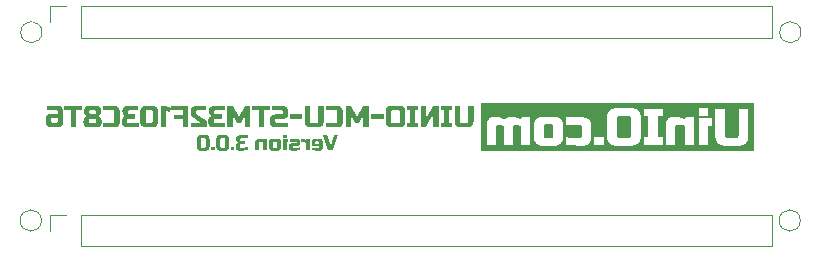
<source format=gbo>
%TF.GenerationSoftware,KiCad,Pcbnew,7.0.10*%
%TF.CreationDate,2024-02-06T11:27:38+08:00*%
%TF.ProjectId,UINIO-MCU-STM32F103C8T6,55494e49-4f2d-44d4-9355-2d53544d3332,Version 2.0.0*%
%TF.SameCoordinates,PX72c1710PY5584170*%
%TF.FileFunction,Legend,Bot*%
%TF.FilePolarity,Positive*%
%FSLAX46Y46*%
G04 Gerber Fmt 4.6, Leading zero omitted, Abs format (unit mm)*
G04 Created by KiCad (PCBNEW 7.0.10) date 2024-02-06 11:27:38*
%MOMM*%
%LPD*%
G01*
G04 APERTURE LIST*
%ADD10C,0.187500*%
%ADD11C,0.300000*%
%ADD12C,0.100000*%
%ADD13C,0.120000*%
%ADD14R,1.700000X1.700000*%
%ADD15O,1.700000X1.700000*%
%ADD16C,1.200000*%
%ADD17C,0.650000*%
%ADD18O,2.100000X1.000000*%
%ADD19O,1.900000X1.000000*%
G04 APERTURE END LIST*
D10*
G36*
X24412794Y-11814806D02*
G01*
X24101946Y-10918776D01*
X23745376Y-10918776D01*
X24229905Y-12199000D01*
X24595683Y-12199000D01*
X25080529Y-10918776D01*
X24723642Y-10918776D01*
X24412794Y-11814806D01*
G37*
G36*
X23476208Y-11211830D02*
G01*
X23492658Y-11212741D01*
X23508644Y-11214261D01*
X23524167Y-11216388D01*
X23539225Y-11219122D01*
X23553820Y-11222465D01*
X23567950Y-11226415D01*
X23581617Y-11230974D01*
X23594820Y-11236139D01*
X23607559Y-11241913D01*
X23619834Y-11248294D01*
X23631646Y-11255283D01*
X23642993Y-11262880D01*
X23653877Y-11271085D01*
X23664297Y-11279897D01*
X23674252Y-11289317D01*
X23683672Y-11299234D01*
X23692485Y-11309618D01*
X23700689Y-11320468D01*
X23708286Y-11331785D01*
X23715275Y-11343568D01*
X23721656Y-11355817D01*
X23727430Y-11368532D01*
X23732596Y-11381714D01*
X23737154Y-11395362D01*
X23741104Y-11409477D01*
X23744447Y-11424058D01*
X23747182Y-11439105D01*
X23749309Y-11454619D01*
X23750828Y-11470599D01*
X23751740Y-11487045D01*
X23752044Y-11503958D01*
X23752044Y-11943082D01*
X23751751Y-11958409D01*
X23750873Y-11973355D01*
X23749409Y-11987919D01*
X23747360Y-12002100D01*
X23744726Y-12015900D01*
X23741506Y-12029317D01*
X23737701Y-12042353D01*
X23733310Y-12055006D01*
X23728334Y-12067278D01*
X23722773Y-12079167D01*
X23716626Y-12090675D01*
X23709894Y-12101800D01*
X23702576Y-12112543D01*
X23694673Y-12122905D01*
X23686184Y-12132884D01*
X23677110Y-12142482D01*
X23667513Y-12151556D01*
X23657533Y-12160044D01*
X23647172Y-12167947D01*
X23636428Y-12175265D01*
X23625303Y-12181998D01*
X23613795Y-12188144D01*
X23601906Y-12193706D01*
X23589634Y-12198682D01*
X23576981Y-12203073D01*
X23563945Y-12206878D01*
X23550528Y-12210098D01*
X23536728Y-12212732D01*
X23522547Y-12214781D01*
X23507983Y-12216245D01*
X23493038Y-12217123D01*
X23477710Y-12217415D01*
X23459687Y-12217379D01*
X23441536Y-12217272D01*
X23423257Y-12217092D01*
X23404850Y-12216840D01*
X23386316Y-12216516D01*
X23367654Y-12216121D01*
X23348864Y-12215653D01*
X23329946Y-12215113D01*
X23310901Y-12214502D01*
X23291728Y-12213819D01*
X23272427Y-12213063D01*
X23252998Y-12212236D01*
X23233442Y-12211337D01*
X23213758Y-12210366D01*
X23193946Y-12209322D01*
X23174006Y-12208207D01*
X23153939Y-12207020D01*
X23133744Y-12205762D01*
X23113421Y-12204431D01*
X23092970Y-12203028D01*
X23072392Y-12201553D01*
X23051686Y-12200007D01*
X23030852Y-12198388D01*
X23009890Y-12196698D01*
X22988801Y-12194935D01*
X22967584Y-12193101D01*
X22946239Y-12191194D01*
X22924766Y-12189216D01*
X22903166Y-12187166D01*
X22881438Y-12185044D01*
X22859582Y-12182850D01*
X22837598Y-12180584D01*
X22837598Y-11951972D01*
X22859263Y-11953672D01*
X22880600Y-11955317D01*
X22901607Y-11956909D01*
X22922286Y-11958447D01*
X22942636Y-11959930D01*
X22962658Y-11961360D01*
X22982350Y-11962736D01*
X23001714Y-11964058D01*
X23020750Y-11965326D01*
X23039457Y-11966540D01*
X23057835Y-11967700D01*
X23075884Y-11968806D01*
X23093605Y-11969858D01*
X23110997Y-11970856D01*
X23128060Y-11971800D01*
X23144795Y-11972690D01*
X23161201Y-11973526D01*
X23177278Y-11974309D01*
X23193027Y-11975037D01*
X23208447Y-11975712D01*
X23223538Y-11976332D01*
X23238301Y-11976899D01*
X23252735Y-11977411D01*
X23266840Y-11977870D01*
X23280617Y-11978274D01*
X23294065Y-11978625D01*
X23307184Y-11978922D01*
X23319974Y-11979165D01*
X23344569Y-11979488D01*
X23367850Y-11979596D01*
X23376166Y-11979154D01*
X23390041Y-11976132D01*
X23402510Y-11970246D01*
X23413572Y-11961498D01*
X23419831Y-11954268D01*
X23426790Y-11942210D01*
X23430837Y-11928694D01*
X23431988Y-11915458D01*
X23431988Y-11842429D01*
X22800767Y-11842429D01*
X22800767Y-11613818D01*
X23120823Y-11613818D01*
X23431988Y-11613818D01*
X23431988Y-11513166D01*
X23431916Y-11508673D01*
X23430197Y-11492127D01*
X23426186Y-11477864D01*
X23419883Y-11465882D01*
X23411288Y-11456183D01*
X23400400Y-11448766D01*
X23387221Y-11443632D01*
X23371750Y-11440779D01*
X23358642Y-11440137D01*
X23194169Y-11440137D01*
X23189656Y-11440208D01*
X23173039Y-11441920D01*
X23158713Y-11445914D01*
X23146680Y-11452190D01*
X23136939Y-11460748D01*
X23129489Y-11471588D01*
X23124332Y-11484710D01*
X23121467Y-11500115D01*
X23120823Y-11513166D01*
X23120823Y-11613818D01*
X22800767Y-11613818D01*
X22800767Y-11503958D01*
X22801071Y-11487045D01*
X22801982Y-11470599D01*
X22803502Y-11454619D01*
X22805629Y-11439105D01*
X22808363Y-11424058D01*
X22811706Y-11409477D01*
X22815656Y-11395362D01*
X22820215Y-11381714D01*
X22825380Y-11368532D01*
X22831154Y-11355817D01*
X22837535Y-11343568D01*
X22844524Y-11331785D01*
X22852121Y-11320468D01*
X22860326Y-11309618D01*
X22869138Y-11299234D01*
X22878558Y-11289317D01*
X22888514Y-11279897D01*
X22898934Y-11271085D01*
X22909817Y-11262880D01*
X22921165Y-11255283D01*
X22932976Y-11248294D01*
X22945251Y-11241913D01*
X22957990Y-11236139D01*
X22971193Y-11230974D01*
X22984860Y-11226415D01*
X22998991Y-11222465D01*
X23013585Y-11219122D01*
X23028644Y-11216388D01*
X23044166Y-11214261D01*
X23060152Y-11212741D01*
X23076602Y-11211830D01*
X23093516Y-11211526D01*
X23459294Y-11211526D01*
X23476208Y-11211830D01*
G37*
G36*
X22084769Y-11494750D02*
G01*
X22099205Y-11494964D01*
X22113697Y-11495608D01*
X22128247Y-11496681D01*
X22142854Y-11498183D01*
X22157518Y-11500114D01*
X22172239Y-11502474D01*
X22187018Y-11505264D01*
X22201853Y-11508482D01*
X22216745Y-11512130D01*
X22231694Y-11516207D01*
X22246701Y-11520713D01*
X22261764Y-11525648D01*
X22276884Y-11531012D01*
X22292062Y-11536806D01*
X22307296Y-11543028D01*
X22322588Y-11549680D01*
X22322588Y-12199000D01*
X22642644Y-12199000D01*
X22642644Y-11229624D01*
X22359102Y-11229624D01*
X22341004Y-11348692D01*
X22331147Y-11340253D01*
X22321262Y-11332082D01*
X22301409Y-11316544D01*
X22281444Y-11302077D01*
X22261367Y-11288682D01*
X22241179Y-11276358D01*
X22220879Y-11265106D01*
X22200467Y-11254926D01*
X22179944Y-11245817D01*
X22159309Y-11237780D01*
X22138563Y-11230815D01*
X22117705Y-11224921D01*
X22096735Y-11220099D01*
X22075654Y-11216348D01*
X22054461Y-11213669D01*
X22033156Y-11212061D01*
X22011740Y-11211526D01*
X21929504Y-11211526D01*
X21929504Y-11494750D01*
X22084769Y-11494750D01*
G37*
G36*
X21842187Y-11943082D02*
G01*
X21819142Y-11944762D01*
X21796404Y-11946388D01*
X21773973Y-11947962D01*
X21751849Y-11949482D01*
X21730031Y-11950948D01*
X21708521Y-11952362D01*
X21687318Y-11953722D01*
X21666422Y-11955028D01*
X21645833Y-11956282D01*
X21625551Y-11957482D01*
X21605575Y-11958628D01*
X21585907Y-11959722D01*
X21566546Y-11960762D01*
X21547491Y-11961748D01*
X21528744Y-11962682D01*
X21510303Y-11963562D01*
X21492170Y-11964388D01*
X21474344Y-11965162D01*
X21456824Y-11965882D01*
X21439612Y-11966548D01*
X21422706Y-11967162D01*
X21406107Y-11967722D01*
X21389816Y-11968228D01*
X21373831Y-11968682D01*
X21358154Y-11969082D01*
X21342783Y-11969428D01*
X21327719Y-11969722D01*
X21312963Y-11969962D01*
X21298513Y-11970148D01*
X21284370Y-11970282D01*
X21270534Y-11970362D01*
X21257005Y-11970388D01*
X21243908Y-11969257D01*
X21230501Y-11965280D01*
X21218502Y-11958440D01*
X21211283Y-11952290D01*
X21202381Y-11941202D01*
X21196392Y-11928658D01*
X21193515Y-11916285D01*
X21192867Y-11906250D01*
X21192867Y-11842429D01*
X21586269Y-11842429D01*
X21601597Y-11842137D01*
X21616542Y-11841259D01*
X21631106Y-11839795D01*
X21645287Y-11837746D01*
X21659087Y-11835112D01*
X21672504Y-11831892D01*
X21685540Y-11828087D01*
X21698193Y-11823696D01*
X21710465Y-11818720D01*
X21722354Y-11813158D01*
X21733862Y-11807011D01*
X21744987Y-11800279D01*
X21755731Y-11792961D01*
X21766092Y-11785058D01*
X21776072Y-11776570D01*
X21785669Y-11767496D01*
X21794743Y-11757898D01*
X21803232Y-11747919D01*
X21811135Y-11737557D01*
X21818452Y-11726814D01*
X21825185Y-11715689D01*
X21831332Y-11704181D01*
X21836893Y-11692292D01*
X21841869Y-11680020D01*
X21846260Y-11667367D01*
X21850065Y-11654331D01*
X21853285Y-11640914D01*
X21855919Y-11627114D01*
X21857968Y-11612932D01*
X21859432Y-11598369D01*
X21860310Y-11583423D01*
X21860603Y-11568096D01*
X21860603Y-11503958D01*
X21860310Y-11488631D01*
X21859432Y-11473689D01*
X21857968Y-11459132D01*
X21855919Y-11444959D01*
X21853285Y-11431171D01*
X21850065Y-11417767D01*
X21846260Y-11404748D01*
X21841869Y-11392113D01*
X21836893Y-11379862D01*
X21831332Y-11367996D01*
X21825185Y-11356515D01*
X21818452Y-11345418D01*
X21811135Y-11334706D01*
X21803232Y-11324378D01*
X21794743Y-11314434D01*
X21785669Y-11304875D01*
X21776072Y-11295763D01*
X21766092Y-11287238D01*
X21755731Y-11279302D01*
X21744987Y-11271953D01*
X21733862Y-11265192D01*
X21722354Y-11259019D01*
X21710465Y-11253434D01*
X21698193Y-11248437D01*
X21685540Y-11244028D01*
X21672504Y-11240206D01*
X21659087Y-11236973D01*
X21645287Y-11234327D01*
X21631106Y-11232270D01*
X21616542Y-11230800D01*
X21601597Y-11229918D01*
X21586269Y-11229624D01*
X20964256Y-11229624D01*
X20964256Y-11467443D01*
X21476409Y-11467443D01*
X21489645Y-11468594D01*
X21503160Y-11472641D01*
X21515219Y-11479601D01*
X21522448Y-11485859D01*
X21531197Y-11496793D01*
X21537083Y-11509234D01*
X21540105Y-11523182D01*
X21540547Y-11531581D01*
X21539416Y-11544679D01*
X21535439Y-11558085D01*
X21528599Y-11570085D01*
X21522448Y-11577304D01*
X21511361Y-11586052D01*
X21498817Y-11591938D01*
X21484816Y-11594960D01*
X21476409Y-11595402D01*
X21147145Y-11595402D01*
X21131819Y-11595696D01*
X21116877Y-11596578D01*
X21102319Y-11598048D01*
X21088147Y-11600105D01*
X21074358Y-11602751D01*
X21060954Y-11605984D01*
X21047935Y-11609806D01*
X21035300Y-11614215D01*
X21023050Y-11619212D01*
X21011184Y-11624797D01*
X20999702Y-11630970D01*
X20988605Y-11637731D01*
X20977893Y-11645080D01*
X20967565Y-11653016D01*
X20957622Y-11661541D01*
X20948063Y-11670653D01*
X20938950Y-11680212D01*
X20930426Y-11690156D01*
X20922489Y-11700484D01*
X20915140Y-11711196D01*
X20908379Y-11722293D01*
X20902206Y-11733775D01*
X20896621Y-11745640D01*
X20891624Y-11757891D01*
X20887215Y-11770526D01*
X20883394Y-11783545D01*
X20880160Y-11796949D01*
X20877515Y-11810737D01*
X20875457Y-11824910D01*
X20873987Y-11839468D01*
X20873105Y-11854409D01*
X20872811Y-11869736D01*
X20872811Y-11943082D01*
X20873105Y-11958409D01*
X20873987Y-11973355D01*
X20875457Y-11987919D01*
X20877515Y-12002100D01*
X20880160Y-12015900D01*
X20883394Y-12029317D01*
X20887215Y-12042353D01*
X20891624Y-12055006D01*
X20896621Y-12067278D01*
X20902206Y-12079167D01*
X20908379Y-12090675D01*
X20915140Y-12101800D01*
X20922489Y-12112543D01*
X20930426Y-12122905D01*
X20938950Y-12132884D01*
X20948063Y-12142482D01*
X20957622Y-12151556D01*
X20967565Y-12160044D01*
X20977893Y-12167947D01*
X20988605Y-12175265D01*
X20999702Y-12181998D01*
X21011184Y-12188144D01*
X21023050Y-12193706D01*
X21035300Y-12198682D01*
X21047935Y-12203073D01*
X21060954Y-12206878D01*
X21074358Y-12210098D01*
X21088147Y-12212732D01*
X21102319Y-12214781D01*
X21116877Y-12216245D01*
X21131819Y-12217123D01*
X21147145Y-12217415D01*
X21167433Y-12217379D01*
X21187813Y-12217272D01*
X21208286Y-12217092D01*
X21228851Y-12216840D01*
X21249508Y-12216516D01*
X21270258Y-12216121D01*
X21291100Y-12215653D01*
X21312035Y-12215113D01*
X21333062Y-12214502D01*
X21354181Y-12213819D01*
X21375393Y-12213063D01*
X21396697Y-12212236D01*
X21418094Y-12211337D01*
X21439583Y-12210366D01*
X21461165Y-12209322D01*
X21482838Y-12208207D01*
X21504605Y-12207020D01*
X21526463Y-12205762D01*
X21548414Y-12204431D01*
X21570458Y-12203028D01*
X21592594Y-12201553D01*
X21614822Y-12200007D01*
X21637143Y-12198388D01*
X21659556Y-12196698D01*
X21682061Y-12194935D01*
X21704659Y-12193101D01*
X21727349Y-12191194D01*
X21750132Y-12189216D01*
X21773007Y-12187166D01*
X21795975Y-12185044D01*
X21819034Y-12182850D01*
X21842187Y-12180584D01*
X21842187Y-11943082D01*
G37*
G36*
X20365739Y-11266138D02*
G01*
X20365739Y-12199000D01*
X20685795Y-12199000D01*
X20685795Y-11513166D01*
X20822961Y-11513166D01*
X20822961Y-11266138D01*
X20365739Y-11266138D01*
G37*
G36*
X20685795Y-10900360D02*
G01*
X20365739Y-10900360D01*
X20365739Y-11156595D01*
X20685795Y-11156595D01*
X20685795Y-10900360D01*
G37*
G36*
X19928923Y-11211830D02*
G01*
X19945373Y-11212741D01*
X19961359Y-11214261D01*
X19976881Y-11216388D01*
X19991940Y-11219122D01*
X20006534Y-11222465D01*
X20020665Y-11226415D01*
X20034332Y-11230974D01*
X20047535Y-11236139D01*
X20060274Y-11241913D01*
X20072549Y-11248294D01*
X20084360Y-11255283D01*
X20095708Y-11262880D01*
X20106591Y-11271085D01*
X20117011Y-11279897D01*
X20126967Y-11289317D01*
X20136387Y-11299234D01*
X20145199Y-11309618D01*
X20153404Y-11320468D01*
X20161001Y-11331785D01*
X20167990Y-11343568D01*
X20174371Y-11355817D01*
X20180145Y-11368532D01*
X20185310Y-11381714D01*
X20189869Y-11395362D01*
X20193819Y-11409477D01*
X20197161Y-11424058D01*
X20199896Y-11439105D01*
X20202023Y-11454619D01*
X20203543Y-11470599D01*
X20204454Y-11487045D01*
X20204758Y-11503958D01*
X20204758Y-11924666D01*
X20204454Y-11941580D01*
X20203543Y-11958030D01*
X20202023Y-11974016D01*
X20199896Y-11989538D01*
X20197161Y-12004597D01*
X20193819Y-12019191D01*
X20189869Y-12033322D01*
X20185310Y-12046989D01*
X20180145Y-12060192D01*
X20174371Y-12072931D01*
X20167990Y-12085206D01*
X20161001Y-12097017D01*
X20153404Y-12108365D01*
X20145199Y-12119248D01*
X20136387Y-12129668D01*
X20126967Y-12139624D01*
X20117011Y-12149044D01*
X20106591Y-12157856D01*
X20095708Y-12166061D01*
X20084360Y-12173658D01*
X20072549Y-12180647D01*
X20060274Y-12187028D01*
X20047535Y-12192802D01*
X20034332Y-12197968D01*
X20020665Y-12202526D01*
X20006534Y-12206476D01*
X19991940Y-12209819D01*
X19976881Y-12212553D01*
X19961359Y-12214681D01*
X19945373Y-12216200D01*
X19928923Y-12217112D01*
X19912009Y-12217415D01*
X19491301Y-12217415D01*
X19474388Y-12217112D01*
X19457942Y-12216200D01*
X19441962Y-12214681D01*
X19426448Y-12212553D01*
X19411401Y-12209819D01*
X19396820Y-12206476D01*
X19382705Y-12202526D01*
X19369057Y-12197968D01*
X19355875Y-12192802D01*
X19343160Y-12187028D01*
X19330910Y-12180647D01*
X19319128Y-12173658D01*
X19307811Y-12166061D01*
X19296961Y-12157856D01*
X19286577Y-12149044D01*
X19276660Y-12139624D01*
X19267240Y-12129668D01*
X19258428Y-12119248D01*
X19250223Y-12108365D01*
X19242626Y-12097017D01*
X19235637Y-12085206D01*
X19229256Y-12072931D01*
X19223482Y-12060192D01*
X19218316Y-12046989D01*
X19213758Y-12033322D01*
X19209808Y-12019191D01*
X19206465Y-12004597D01*
X19203731Y-11989538D01*
X19201603Y-11974016D01*
X19200084Y-11958030D01*
X19199172Y-11941580D01*
X19198869Y-11924666D01*
X19198869Y-11897360D01*
X19518924Y-11897360D01*
X19518996Y-11901853D01*
X19520707Y-11918398D01*
X19524701Y-11932662D01*
X19530977Y-11944643D01*
X19539535Y-11954342D01*
X19550375Y-11961759D01*
X19563498Y-11966894D01*
X19578902Y-11969746D01*
X19591953Y-11970388D01*
X19811356Y-11970388D01*
X19815869Y-11970317D01*
X19832486Y-11968605D01*
X19846812Y-11964612D01*
X19858845Y-11958336D01*
X19868586Y-11949778D01*
X19876036Y-11938937D01*
X19881193Y-11925815D01*
X19884058Y-11910411D01*
X19884702Y-11897360D01*
X19884702Y-11531581D01*
X19884631Y-11527069D01*
X19882912Y-11510452D01*
X19878901Y-11496126D01*
X19872597Y-11484093D01*
X19864002Y-11474351D01*
X19853115Y-11466902D01*
X19839936Y-11461745D01*
X19824464Y-11458880D01*
X19811356Y-11458235D01*
X19591953Y-11458235D01*
X19587460Y-11458307D01*
X19570914Y-11460026D01*
X19556651Y-11464037D01*
X19544670Y-11470340D01*
X19534971Y-11478936D01*
X19527554Y-11489823D01*
X19522419Y-11503002D01*
X19519566Y-11518474D01*
X19518924Y-11531581D01*
X19518924Y-11897360D01*
X19198869Y-11897360D01*
X19198869Y-11503958D01*
X19199172Y-11487045D01*
X19200084Y-11470599D01*
X19201603Y-11454619D01*
X19203731Y-11439105D01*
X19206465Y-11424058D01*
X19209808Y-11409477D01*
X19213758Y-11395362D01*
X19218316Y-11381714D01*
X19223482Y-11368532D01*
X19229256Y-11355817D01*
X19235637Y-11343568D01*
X19242626Y-11331785D01*
X19250223Y-11320468D01*
X19258428Y-11309618D01*
X19267240Y-11299234D01*
X19276660Y-11289317D01*
X19286577Y-11279897D01*
X19296961Y-11271085D01*
X19307811Y-11262880D01*
X19319128Y-11255283D01*
X19330910Y-11248294D01*
X19343160Y-11241913D01*
X19355875Y-11236139D01*
X19369057Y-11230974D01*
X19382705Y-11226415D01*
X19396820Y-11222465D01*
X19411401Y-11219122D01*
X19426448Y-11216388D01*
X19441962Y-11214261D01*
X19457942Y-11212741D01*
X19474388Y-11211830D01*
X19491301Y-11211526D01*
X19912009Y-11211526D01*
X19928923Y-11211830D01*
G37*
G36*
X18501287Y-11476651D02*
G01*
X18519671Y-11476972D01*
X18538507Y-11477935D01*
X18551315Y-11478933D01*
X18564325Y-11480217D01*
X18577535Y-11481786D01*
X18590946Y-11483640D01*
X18604559Y-11485780D01*
X18618372Y-11488205D01*
X18632386Y-11490915D01*
X18646601Y-11493910D01*
X18661017Y-11497191D01*
X18675634Y-11500756D01*
X18690452Y-11504608D01*
X18705470Y-11508744D01*
X18720690Y-11513166D01*
X18720690Y-12199000D01*
X19040746Y-12199000D01*
X19040746Y-11229624D01*
X18757204Y-11229624D01*
X18739106Y-11321069D01*
X18728333Y-11314122D01*
X18717525Y-11307410D01*
X18701248Y-11297785D01*
X18684892Y-11288691D01*
X18668459Y-11280126D01*
X18651948Y-11272092D01*
X18635358Y-11264588D01*
X18618690Y-11257614D01*
X18601945Y-11251170D01*
X18585121Y-11245257D01*
X18568219Y-11239874D01*
X18562567Y-11238197D01*
X18545848Y-11233431D01*
X18529626Y-11229133D01*
X18513901Y-11225304D01*
X18498672Y-11221944D01*
X18483940Y-11219053D01*
X18469705Y-11216631D01*
X18455966Y-11214677D01*
X18442725Y-11213193D01*
X18429980Y-11212177D01*
X18413759Y-11211552D01*
X18409842Y-11211526D01*
X18327605Y-11211526D01*
X18312241Y-11211818D01*
X18297263Y-11212697D01*
X18282672Y-11214160D01*
X18268468Y-11216209D01*
X18254651Y-11218843D01*
X18241221Y-11222063D01*
X18228178Y-11225868D01*
X18215522Y-11230259D01*
X18203253Y-11235235D01*
X18191371Y-11240797D01*
X18179876Y-11246944D01*
X18168768Y-11253676D01*
X18158047Y-11260994D01*
X18147713Y-11268897D01*
X18137766Y-11277385D01*
X18128206Y-11286459D01*
X18119132Y-11296020D01*
X18110643Y-11305967D01*
X18102740Y-11316301D01*
X18095422Y-11327022D01*
X18088690Y-11338130D01*
X18082543Y-11349625D01*
X18076981Y-11361507D01*
X18072005Y-11373776D01*
X18067615Y-11386432D01*
X18063809Y-11399475D01*
X18060590Y-11412905D01*
X18057955Y-11426722D01*
X18055906Y-11440926D01*
X18054443Y-11455517D01*
X18053565Y-11470494D01*
X18053272Y-11485859D01*
X18053272Y-12199000D01*
X18373328Y-12199000D01*
X18373328Y-11540472D01*
X18374479Y-11527394D01*
X18378525Y-11514058D01*
X18385485Y-11502178D01*
X18391744Y-11495067D01*
X18402652Y-11486165D01*
X18415018Y-11480176D01*
X18428840Y-11477101D01*
X18437148Y-11476651D01*
X18501287Y-11476651D01*
G37*
G36*
X16727326Y-12217415D02*
G01*
X16746481Y-12217379D01*
X16765764Y-12217272D01*
X16785176Y-12217092D01*
X16804716Y-12216840D01*
X16824384Y-12216516D01*
X16844181Y-12216121D01*
X16864106Y-12215653D01*
X16884159Y-12215113D01*
X16904341Y-12214502D01*
X16924651Y-12213819D01*
X16945090Y-12213063D01*
X16965657Y-12212236D01*
X16986352Y-12211337D01*
X17007176Y-12210366D01*
X17028128Y-12209322D01*
X17049208Y-12208207D01*
X17070417Y-12207020D01*
X17091754Y-12205762D01*
X17113219Y-12204431D01*
X17134813Y-12203028D01*
X17156535Y-12201553D01*
X17178386Y-12200007D01*
X17200365Y-12198388D01*
X17222472Y-12196698D01*
X17244708Y-12194935D01*
X17267072Y-12193101D01*
X17289564Y-12191194D01*
X17312185Y-12189216D01*
X17334934Y-12187166D01*
X17357812Y-12185044D01*
X17380818Y-12182850D01*
X17403952Y-12180584D01*
X17403952Y-11933874D01*
X17378890Y-11935554D01*
X17354228Y-11937181D01*
X17329965Y-11938754D01*
X17306103Y-11940274D01*
X17282641Y-11941740D01*
X17259578Y-11943154D01*
X17236916Y-11944514D01*
X17214653Y-11945820D01*
X17192791Y-11947074D01*
X17171329Y-11948274D01*
X17150266Y-11949420D01*
X17129604Y-11950514D01*
X17109341Y-11951554D01*
X17089479Y-11952540D01*
X17070017Y-11953474D01*
X17050954Y-11954354D01*
X17032292Y-11955180D01*
X17014029Y-11955954D01*
X16996167Y-11956674D01*
X16978705Y-11957340D01*
X16961642Y-11957954D01*
X16944980Y-11958514D01*
X16928717Y-11959020D01*
X16912855Y-11959474D01*
X16897392Y-11959874D01*
X16882330Y-11960220D01*
X16867667Y-11960514D01*
X16853405Y-11960754D01*
X16839542Y-11960940D01*
X16826080Y-11961074D01*
X16813017Y-11961154D01*
X16800355Y-11961180D01*
X16785241Y-11960321D01*
X16771332Y-11957742D01*
X16758629Y-11953445D01*
X16747131Y-11947428D01*
X16736839Y-11939692D01*
X16733677Y-11936732D01*
X16725260Y-11926830D01*
X16718585Y-11915701D01*
X16713651Y-11903344D01*
X16710458Y-11889759D01*
X16709007Y-11874946D01*
X16708910Y-11869736D01*
X16708910Y-11796707D01*
X16709340Y-11783404D01*
X16711593Y-11765058D01*
X16715777Y-11748643D01*
X16721892Y-11734160D01*
X16729938Y-11721607D01*
X16739916Y-11710986D01*
X16751825Y-11702296D01*
X16765665Y-11695537D01*
X16781435Y-11690709D01*
X16799138Y-11687812D01*
X16812012Y-11686954D01*
X16818771Y-11686847D01*
X17202647Y-11686847D01*
X17202647Y-11430929D01*
X16855285Y-11430929D01*
X16841982Y-11430500D01*
X16823636Y-11428247D01*
X16807221Y-11424063D01*
X16792738Y-11417947D01*
X16780185Y-11409901D01*
X16769564Y-11399923D01*
X16760874Y-11388015D01*
X16754115Y-11374175D01*
X16749287Y-11358404D01*
X16746390Y-11340702D01*
X16745532Y-11327828D01*
X16745425Y-11321069D01*
X16745425Y-11284554D01*
X16745854Y-11271251D01*
X16748107Y-11252905D01*
X16752291Y-11236490D01*
X16758406Y-11222007D01*
X16766453Y-11209454D01*
X16776430Y-11198833D01*
X16788339Y-11190143D01*
X16802179Y-11183384D01*
X16817950Y-11178556D01*
X16835652Y-11175659D01*
X16848526Y-11174801D01*
X16855285Y-11174694D01*
X17385536Y-11174694D01*
X17385536Y-10918776D01*
X16763841Y-10918776D01*
X16741788Y-10919095D01*
X16720480Y-10920051D01*
X16699916Y-10921645D01*
X16680096Y-10923876D01*
X16661020Y-10926745D01*
X16642689Y-10930251D01*
X16625101Y-10934395D01*
X16608258Y-10939177D01*
X16592159Y-10944595D01*
X16576804Y-10950652D01*
X16562193Y-10957346D01*
X16548327Y-10964677D01*
X16535205Y-10972646D01*
X16522826Y-10981252D01*
X16511192Y-10990496D01*
X16500303Y-11000378D01*
X16490114Y-11010871D01*
X16480582Y-11022028D01*
X16471708Y-11033851D01*
X16463491Y-11046338D01*
X16455931Y-11059490D01*
X16449029Y-11073307D01*
X16442784Y-11087789D01*
X16437196Y-11102935D01*
X16432266Y-11118747D01*
X16427993Y-11135223D01*
X16424378Y-11152364D01*
X16421420Y-11170169D01*
X16419119Y-11188640D01*
X16417476Y-11207775D01*
X16416490Y-11227575D01*
X16416161Y-11248040D01*
X16416358Y-11261573D01*
X16416950Y-11274786D01*
X16417936Y-11287679D01*
X16420154Y-11306418D01*
X16423260Y-11324437D01*
X16427254Y-11341737D01*
X16432135Y-11358316D01*
X16437903Y-11374175D01*
X16444559Y-11389315D01*
X16452102Y-11403734D01*
X16460533Y-11417433D01*
X16466646Y-11426166D01*
X16476334Y-11438666D01*
X16486586Y-11450445D01*
X16497402Y-11461504D01*
X16508781Y-11471844D01*
X16520724Y-11481463D01*
X16533231Y-11490363D01*
X16546302Y-11498542D01*
X16559936Y-11506002D01*
X16574134Y-11512741D01*
X16588896Y-11518761D01*
X16599050Y-11522374D01*
X16580926Y-11527871D01*
X16563543Y-11534280D01*
X16546902Y-11541603D01*
X16531002Y-11549839D01*
X16515845Y-11558987D01*
X16501429Y-11569048D01*
X16487755Y-11580022D01*
X16474822Y-11591909D01*
X16462631Y-11604709D01*
X16451182Y-11618422D01*
X16440474Y-11633048D01*
X16430509Y-11648586D01*
X16421285Y-11665037D01*
X16412802Y-11682401D01*
X16405062Y-11700678D01*
X16398063Y-11719868D01*
X16393746Y-11734290D01*
X16390006Y-11749298D01*
X16386840Y-11764891D01*
X16384251Y-11781069D01*
X16382236Y-11797833D01*
X16381103Y-11810790D01*
X16380294Y-11824077D01*
X16379809Y-11837692D01*
X16379647Y-11851637D01*
X16379647Y-11869736D01*
X16379975Y-11891788D01*
X16380961Y-11913096D01*
X16382605Y-11933661D01*
X16384906Y-11953480D01*
X16387864Y-11972556D01*
X16391479Y-11990888D01*
X16395752Y-12008475D01*
X16400682Y-12025318D01*
X16406270Y-12041417D01*
X16412514Y-12056772D01*
X16419417Y-12071383D01*
X16426976Y-12085250D01*
X16435193Y-12098372D01*
X16444068Y-12110750D01*
X16453599Y-12122384D01*
X16463788Y-12133274D01*
X16474678Y-12143463D01*
X16486312Y-12152994D01*
X16498690Y-12161869D01*
X16511813Y-12170086D01*
X16525679Y-12177645D01*
X16540290Y-12184548D01*
X16555645Y-12190792D01*
X16571744Y-12196380D01*
X16588587Y-12201310D01*
X16606174Y-12205583D01*
X16624506Y-12209198D01*
X16643582Y-12212157D01*
X16663401Y-12214457D01*
X16683966Y-12216101D01*
X16705274Y-12217087D01*
X16727326Y-12217415D01*
G37*
G36*
X16275501Y-11924666D02*
G01*
X15946238Y-11924666D01*
X15946238Y-12199000D01*
X16275501Y-12199000D01*
X16275501Y-11924666D01*
G37*
G36*
X15478287Y-10900700D02*
G01*
X15501031Y-10901720D01*
X15522957Y-10903419D01*
X15544064Y-10905798D01*
X15564353Y-10908856D01*
X15583823Y-10912595D01*
X15602475Y-10917012D01*
X15620308Y-10922110D01*
X15637322Y-10927887D01*
X15653518Y-10934344D01*
X15668895Y-10941481D01*
X15683454Y-10949297D01*
X15697194Y-10957793D01*
X15710115Y-10966969D01*
X15722218Y-10976825D01*
X15733502Y-10987360D01*
X15744037Y-10998644D01*
X15753893Y-11010747D01*
X15763068Y-11023668D01*
X15771564Y-11037408D01*
X15779381Y-11051967D01*
X15786517Y-11067344D01*
X15792974Y-11083540D01*
X15798752Y-11100554D01*
X15803849Y-11118387D01*
X15808267Y-11137038D01*
X15812005Y-11156509D01*
X15815064Y-11176797D01*
X15817443Y-11197905D01*
X15819142Y-11219831D01*
X15820162Y-11242575D01*
X15820501Y-11266138D01*
X15820501Y-11851637D01*
X15820162Y-11875200D01*
X15819142Y-11897945D01*
X15817443Y-11919871D01*
X15815064Y-11940978D01*
X15812005Y-11961267D01*
X15808267Y-11980737D01*
X15803849Y-11999389D01*
X15798752Y-12017222D01*
X15792974Y-12034236D01*
X15786517Y-12050432D01*
X15779381Y-12065809D01*
X15771564Y-12080368D01*
X15763068Y-12094108D01*
X15753893Y-12107029D01*
X15744037Y-12119132D01*
X15733502Y-12130416D01*
X15722218Y-12140951D01*
X15710115Y-12150807D01*
X15697194Y-12159982D01*
X15683454Y-12168478D01*
X15668895Y-12176295D01*
X15653518Y-12183431D01*
X15637322Y-12189888D01*
X15620308Y-12195666D01*
X15602475Y-12200763D01*
X15583823Y-12205181D01*
X15564353Y-12208919D01*
X15544064Y-12211978D01*
X15522957Y-12214357D01*
X15501031Y-12216056D01*
X15478287Y-12217076D01*
X15454723Y-12217415D01*
X15107044Y-12217415D01*
X15083443Y-12217076D01*
X15060667Y-12216056D01*
X15038713Y-12214357D01*
X15017584Y-12211978D01*
X14997278Y-12208919D01*
X14977795Y-12205181D01*
X14959136Y-12200763D01*
X14941301Y-12195666D01*
X14924289Y-12189888D01*
X14908100Y-12183431D01*
X14892736Y-12176295D01*
X14878194Y-12168478D01*
X14864477Y-12159982D01*
X14851582Y-12150807D01*
X14839512Y-12140951D01*
X14828265Y-12130416D01*
X14817730Y-12119132D01*
X14807874Y-12107029D01*
X14798699Y-12094108D01*
X14790203Y-12080368D01*
X14782386Y-12065809D01*
X14775250Y-12050432D01*
X14768793Y-12034236D01*
X14763015Y-12017222D01*
X14757918Y-11999389D01*
X14753500Y-11980737D01*
X14749762Y-11961267D01*
X14746703Y-11940978D01*
X14744324Y-11919871D01*
X14742625Y-11897945D01*
X14741605Y-11875200D01*
X14741266Y-11851637D01*
X15070529Y-11851637D01*
X15070637Y-11858377D01*
X15071495Y-11871214D01*
X15074392Y-11888865D01*
X15079220Y-11904590D01*
X15085979Y-11918390D01*
X15094669Y-11930264D01*
X15105290Y-11940213D01*
X15117842Y-11948236D01*
X15132326Y-11954334D01*
X15148741Y-11958506D01*
X15167086Y-11960752D01*
X15180390Y-11961180D01*
X15381377Y-11961180D01*
X15388136Y-11961073D01*
X15401011Y-11960217D01*
X15418713Y-11957329D01*
X15434484Y-11952515D01*
X15448323Y-11945776D01*
X15460232Y-11937111D01*
X15470210Y-11926520D01*
X15478256Y-11914004D01*
X15484371Y-11899562D01*
X15488556Y-11883195D01*
X15490809Y-11864902D01*
X15491238Y-11851637D01*
X15491238Y-11266138D01*
X15491130Y-11259399D01*
X15490272Y-11246562D01*
X15487375Y-11228911D01*
X15482548Y-11213185D01*
X15475789Y-11199386D01*
X15467098Y-11187511D01*
X15456477Y-11177563D01*
X15443925Y-11169539D01*
X15429441Y-11163442D01*
X15413027Y-11159270D01*
X15394681Y-11157023D01*
X15381377Y-11156595D01*
X15180390Y-11156595D01*
X15173631Y-11156702D01*
X15160757Y-11157558D01*
X15143054Y-11160447D01*
X15127283Y-11165260D01*
X15113444Y-11172000D01*
X15101535Y-11180665D01*
X15091557Y-11191256D01*
X15083511Y-11203772D01*
X15077396Y-11218213D01*
X15073212Y-11234581D01*
X15070959Y-11252873D01*
X15070529Y-11266138D01*
X15070529Y-11851637D01*
X14741266Y-11851637D01*
X14741266Y-11266138D01*
X14741605Y-11242575D01*
X14742625Y-11219831D01*
X14744324Y-11197905D01*
X14746703Y-11176797D01*
X14749762Y-11156509D01*
X14753500Y-11137038D01*
X14757918Y-11118387D01*
X14763015Y-11100554D01*
X14768793Y-11083540D01*
X14775250Y-11067344D01*
X14782386Y-11051967D01*
X14790203Y-11037408D01*
X14798699Y-11023668D01*
X14807874Y-11010747D01*
X14817730Y-10998644D01*
X14828265Y-10987360D01*
X14839512Y-10976825D01*
X14851582Y-10966969D01*
X14864477Y-10957793D01*
X14878194Y-10949297D01*
X14892736Y-10941481D01*
X14908100Y-10934344D01*
X14924289Y-10927887D01*
X14941301Y-10922110D01*
X14959136Y-10917012D01*
X14977795Y-10912595D01*
X14997278Y-10908856D01*
X15017584Y-10905798D01*
X15038713Y-10903419D01*
X15060667Y-10901720D01*
X15083443Y-10900700D01*
X15107044Y-10900360D01*
X15454723Y-10900360D01*
X15478287Y-10900700D01*
G37*
G36*
X14619340Y-11924666D02*
G01*
X14290076Y-11924666D01*
X14290076Y-12199000D01*
X14619340Y-12199000D01*
X14619340Y-11924666D01*
G37*
G36*
X13822125Y-10900700D02*
G01*
X13844869Y-10901720D01*
X13866795Y-10903419D01*
X13887902Y-10905798D01*
X13908191Y-10908856D01*
X13927661Y-10912595D01*
X13946313Y-10917012D01*
X13964146Y-10922110D01*
X13981160Y-10927887D01*
X13997356Y-10934344D01*
X14012733Y-10941481D01*
X14027292Y-10949297D01*
X14041032Y-10957793D01*
X14053953Y-10966969D01*
X14066056Y-10976825D01*
X14077340Y-10987360D01*
X14087875Y-10998644D01*
X14097731Y-11010747D01*
X14106906Y-11023668D01*
X14115402Y-11037408D01*
X14123219Y-11051967D01*
X14130355Y-11067344D01*
X14136812Y-11083540D01*
X14142590Y-11100554D01*
X14147687Y-11118387D01*
X14152105Y-11137038D01*
X14155844Y-11156509D01*
X14158902Y-11176797D01*
X14161281Y-11197905D01*
X14162980Y-11219831D01*
X14164000Y-11242575D01*
X14164340Y-11266138D01*
X14164340Y-11851637D01*
X14164000Y-11875200D01*
X14162980Y-11897945D01*
X14161281Y-11919871D01*
X14158902Y-11940978D01*
X14155844Y-11961267D01*
X14152105Y-11980737D01*
X14147687Y-11999389D01*
X14142590Y-12017222D01*
X14136812Y-12034236D01*
X14130355Y-12050432D01*
X14123219Y-12065809D01*
X14115402Y-12080368D01*
X14106906Y-12094108D01*
X14097731Y-12107029D01*
X14087875Y-12119132D01*
X14077340Y-12130416D01*
X14066056Y-12140951D01*
X14053953Y-12150807D01*
X14041032Y-12159982D01*
X14027292Y-12168478D01*
X14012733Y-12176295D01*
X13997356Y-12183431D01*
X13981160Y-12189888D01*
X13964146Y-12195666D01*
X13946313Y-12200763D01*
X13927661Y-12205181D01*
X13908191Y-12208919D01*
X13887902Y-12211978D01*
X13866795Y-12214357D01*
X13844869Y-12216056D01*
X13822125Y-12217076D01*
X13798562Y-12217415D01*
X13450882Y-12217415D01*
X13427281Y-12217076D01*
X13404505Y-12216056D01*
X13382551Y-12214357D01*
X13361422Y-12211978D01*
X13341116Y-12208919D01*
X13321633Y-12205181D01*
X13302974Y-12200763D01*
X13285139Y-12195666D01*
X13268127Y-12189888D01*
X13251938Y-12183431D01*
X13236574Y-12176295D01*
X13222032Y-12168478D01*
X13208315Y-12159982D01*
X13195421Y-12150807D01*
X13183350Y-12140951D01*
X13172103Y-12130416D01*
X13161568Y-12119132D01*
X13151713Y-12107029D01*
X13142537Y-12094108D01*
X13134041Y-12080368D01*
X13126224Y-12065809D01*
X13119088Y-12050432D01*
X13112631Y-12034236D01*
X13106854Y-12017222D01*
X13101756Y-11999389D01*
X13097338Y-11980737D01*
X13093600Y-11961267D01*
X13090541Y-11940978D01*
X13088162Y-11919871D01*
X13086463Y-11897945D01*
X13085444Y-11875200D01*
X13085104Y-11851637D01*
X13414368Y-11851637D01*
X13414475Y-11858377D01*
X13415333Y-11871214D01*
X13418230Y-11888865D01*
X13423058Y-11904590D01*
X13429817Y-11918390D01*
X13438507Y-11930264D01*
X13449128Y-11940213D01*
X13461680Y-11948236D01*
X13476164Y-11954334D01*
X13492579Y-11958506D01*
X13510925Y-11960752D01*
X13524228Y-11961180D01*
X13725215Y-11961180D01*
X13731974Y-11961073D01*
X13744849Y-11960217D01*
X13762551Y-11957329D01*
X13778322Y-11952515D01*
X13792162Y-11945776D01*
X13804070Y-11937111D01*
X13814048Y-11926520D01*
X13822094Y-11914004D01*
X13828210Y-11899562D01*
X13832394Y-11883195D01*
X13834647Y-11864902D01*
X13835076Y-11851637D01*
X13835076Y-11266138D01*
X13834969Y-11259399D01*
X13834110Y-11246562D01*
X13831214Y-11228911D01*
X13826386Y-11213185D01*
X13819627Y-11199386D01*
X13810937Y-11187511D01*
X13800315Y-11177563D01*
X13787763Y-11169539D01*
X13773279Y-11163442D01*
X13756865Y-11159270D01*
X13738519Y-11157023D01*
X13725215Y-11156595D01*
X13524228Y-11156595D01*
X13517469Y-11156702D01*
X13504595Y-11157558D01*
X13486893Y-11160447D01*
X13471122Y-11165260D01*
X13457282Y-11172000D01*
X13445373Y-11180665D01*
X13435395Y-11191256D01*
X13427349Y-11203772D01*
X13421234Y-11218213D01*
X13417050Y-11234581D01*
X13414797Y-11252873D01*
X13414368Y-11266138D01*
X13414368Y-11851637D01*
X13085104Y-11851637D01*
X13085104Y-11266138D01*
X13085444Y-11242575D01*
X13086463Y-11219831D01*
X13088162Y-11197905D01*
X13090541Y-11176797D01*
X13093600Y-11156509D01*
X13097338Y-11137038D01*
X13101756Y-11118387D01*
X13106854Y-11100554D01*
X13112631Y-11083540D01*
X13119088Y-11067344D01*
X13126224Y-11051967D01*
X13134041Y-11037408D01*
X13142537Y-11023668D01*
X13151713Y-11010747D01*
X13161568Y-10998644D01*
X13172103Y-10987360D01*
X13183350Y-10976825D01*
X13195421Y-10966969D01*
X13208315Y-10957793D01*
X13222032Y-10949297D01*
X13236574Y-10941481D01*
X13251938Y-10934344D01*
X13268127Y-10927887D01*
X13285139Y-10922110D01*
X13302974Y-10917012D01*
X13321633Y-10912595D01*
X13341116Y-10908856D01*
X13361422Y-10905798D01*
X13382551Y-10903419D01*
X13404505Y-10901720D01*
X13427281Y-10900700D01*
X13450882Y-10900360D01*
X13798562Y-10900360D01*
X13822125Y-10900700D01*
G37*
D11*
G36*
X43160676Y-9988916D02*
G01*
X43191282Y-9995979D01*
X43222918Y-10011429D01*
X43247196Y-10034236D01*
X43264117Y-10064400D01*
X43272357Y-10093828D01*
X43275889Y-10127965D01*
X43276036Y-10137235D01*
X43276036Y-11009475D01*
X43273682Y-11044612D01*
X43266619Y-11075064D01*
X43251169Y-11106540D01*
X43228362Y-11130697D01*
X43198198Y-11147533D01*
X43168769Y-11155732D01*
X43134632Y-11159245D01*
X43125362Y-11159392D01*
X42602170Y-11159392D01*
X42567033Y-11157049D01*
X42536581Y-11150022D01*
X42505105Y-11134650D01*
X42480948Y-11111957D01*
X42464112Y-11081945D01*
X42455914Y-11052664D01*
X42452400Y-11018699D01*
X42452254Y-11009475D01*
X42452254Y-10137235D01*
X42454596Y-10101921D01*
X42461623Y-10071316D01*
X42476996Y-10039680D01*
X42499688Y-10015402D01*
X42529700Y-9998480D01*
X42558981Y-9990241D01*
X42592946Y-9986709D01*
X42602170Y-9986562D01*
X43125362Y-9986562D01*
X43160676Y-9988916D01*
G37*
G36*
X49655136Y-9269350D02*
G01*
X49693444Y-9275598D01*
X49727574Y-9286013D01*
X49757524Y-9300593D01*
X49783296Y-9319340D01*
X49804888Y-9342252D01*
X49822301Y-9369329D01*
X49835535Y-9400573D01*
X49844589Y-9435982D01*
X49849465Y-9475558D01*
X49850394Y-9504256D01*
X49850394Y-10900445D01*
X49848304Y-10942798D01*
X49842036Y-10980985D01*
X49831588Y-11015005D01*
X49816961Y-11044860D01*
X49798155Y-11070550D01*
X49775169Y-11092073D01*
X49748005Y-11109431D01*
X49716662Y-11122622D01*
X49681139Y-11131648D01*
X49641437Y-11136509D01*
X49612648Y-11137434D01*
X48871395Y-11137434D01*
X48828907Y-11135351D01*
X48790599Y-11129103D01*
X48756469Y-11118688D01*
X48726519Y-11104108D01*
X48700747Y-11085362D01*
X48679155Y-11062450D01*
X48661742Y-11035372D01*
X48648508Y-11004128D01*
X48639454Y-10968719D01*
X48634578Y-10929143D01*
X48633649Y-10900445D01*
X48633649Y-9504256D01*
X48635739Y-9461903D01*
X48642007Y-9423716D01*
X48652455Y-9389696D01*
X48667082Y-9359841D01*
X48685888Y-9334151D01*
X48708874Y-9312628D01*
X48736038Y-9295270D01*
X48767381Y-9282079D01*
X48802904Y-9273053D01*
X48842606Y-9268193D01*
X48871395Y-9267267D01*
X49612648Y-9267267D01*
X49655136Y-9269350D01*
G37*
G36*
X60230882Y-12239771D02*
G01*
X37178761Y-12239771D01*
X37178761Y-11753000D01*
X37621618Y-11753000D01*
X38433286Y-11753000D01*
X38433286Y-10158436D01*
X38436909Y-10125739D01*
X38447779Y-10096740D01*
X38465894Y-10071437D01*
X38470387Y-10066820D01*
X38494950Y-10047655D01*
X38523210Y-10035588D01*
X38555167Y-10030619D01*
X38562002Y-10030477D01*
X38583960Y-10030477D01*
X38620960Y-10031189D01*
X38659557Y-10033325D01*
X38699751Y-10036885D01*
X38741542Y-10041870D01*
X38784931Y-10048278D01*
X38829916Y-10056111D01*
X38860794Y-10062123D01*
X38892381Y-10068769D01*
X38924678Y-10076048D01*
X38957686Y-10083960D01*
X38991403Y-10092504D01*
X39025829Y-10101682D01*
X39060966Y-10111492D01*
X39060966Y-11753000D01*
X39872634Y-11753000D01*
X39872634Y-10158436D01*
X39876183Y-10125739D01*
X39886830Y-10096740D01*
X39904576Y-10071437D01*
X39908977Y-10066820D01*
X39933614Y-10047655D01*
X39962096Y-10035588D01*
X39994423Y-10030619D01*
X40001350Y-10030477D01*
X40023307Y-10030477D01*
X40060307Y-10031189D01*
X40098904Y-10033325D01*
X40139098Y-10036885D01*
X40180890Y-10041870D01*
X40224278Y-10048278D01*
X40269264Y-10056111D01*
X40300141Y-10062123D01*
X40331729Y-10068769D01*
X40364026Y-10076048D01*
X40397033Y-10083960D01*
X40430750Y-10092504D01*
X40465177Y-10101682D01*
X40500314Y-10111492D01*
X40500314Y-11753000D01*
X41311981Y-11753000D01*
X41311981Y-11074591D01*
X41640586Y-11074591D01*
X41641337Y-11116145D01*
X41643591Y-11156576D01*
X41647347Y-11195883D01*
X41652605Y-11234066D01*
X41659367Y-11271125D01*
X41667630Y-11307060D01*
X41677396Y-11341871D01*
X41688665Y-11375559D01*
X41701436Y-11408122D01*
X41715709Y-11439562D01*
X41731485Y-11469878D01*
X41748764Y-11499069D01*
X41767545Y-11527137D01*
X41787828Y-11554081D01*
X41809614Y-11579901D01*
X41832903Y-11604598D01*
X41857507Y-11627886D01*
X41883241Y-11649672D01*
X41910105Y-11669955D01*
X41938099Y-11688736D01*
X41967223Y-11706015D01*
X41997477Y-11721791D01*
X42028860Y-11736064D01*
X42061373Y-11748835D01*
X42095016Y-11760104D01*
X42129789Y-11769870D01*
X42165692Y-11778133D01*
X42202724Y-11784895D01*
X42240887Y-11790153D01*
X42280179Y-11793909D01*
X42320601Y-11796163D01*
X42362152Y-11796914D01*
X43365380Y-11796914D01*
X43406934Y-11796163D01*
X43447365Y-11793909D01*
X43486672Y-11790153D01*
X43524855Y-11784895D01*
X43561914Y-11778133D01*
X43597849Y-11769870D01*
X43632661Y-11760104D01*
X43666348Y-11748835D01*
X43698912Y-11736064D01*
X43730351Y-11721791D01*
X43760667Y-11706015D01*
X43789859Y-11688736D01*
X43817927Y-11669955D01*
X43844871Y-11649672D01*
X43870691Y-11627886D01*
X43895387Y-11604598D01*
X43918675Y-11579901D01*
X43940461Y-11554081D01*
X43960744Y-11527137D01*
X43979525Y-11499069D01*
X43996804Y-11469878D01*
X44012580Y-11439562D01*
X44026853Y-11408122D01*
X44039624Y-11375559D01*
X44050893Y-11341871D01*
X44060659Y-11307060D01*
X44068923Y-11271125D01*
X44075684Y-11234066D01*
X44080942Y-11195883D01*
X44084699Y-11156576D01*
X44086952Y-11116145D01*
X44087704Y-11074591D01*
X44087704Y-10071363D01*
X44086952Y-10029811D01*
X44084699Y-9989389D01*
X44080942Y-9950097D01*
X44075684Y-9911935D01*
X44068923Y-9874903D01*
X44060659Y-9839000D01*
X44050893Y-9804227D01*
X44039624Y-9770584D01*
X44026853Y-9738071D01*
X44012580Y-9706688D01*
X43996804Y-9676434D01*
X43979525Y-9647310D01*
X43960744Y-9619316D01*
X43940461Y-9592452D01*
X43918675Y-9566718D01*
X43895387Y-9542113D01*
X43870691Y-9518825D01*
X43844871Y-9497039D01*
X43817927Y-9476756D01*
X43789859Y-9457975D01*
X43760667Y-9440696D01*
X43730351Y-9424920D01*
X43698912Y-9410647D01*
X43666348Y-9397876D01*
X43651634Y-9392954D01*
X44332264Y-9392954D01*
X44332264Y-10030477D01*
X45511908Y-10030477D01*
X45547222Y-10032819D01*
X45577828Y-10039847D01*
X45609463Y-10055219D01*
X45633742Y-10077911D01*
X45650663Y-10107924D01*
X45658903Y-10137204D01*
X45662434Y-10171170D01*
X45662581Y-10180393D01*
X45662581Y-11030676D01*
X45659032Y-11063772D01*
X45648385Y-11093023D01*
X45630639Y-11118429D01*
X45626238Y-11123048D01*
X45601276Y-11142214D01*
X45572764Y-11154281D01*
X45540704Y-11159250D01*
X45533866Y-11159392D01*
X45483299Y-11159128D01*
X45429461Y-11158339D01*
X45372352Y-11157023D01*
X45311972Y-11155180D01*
X45280556Y-11154061D01*
X45248321Y-11152811D01*
X45215269Y-11151429D01*
X45181399Y-11149915D01*
X45146711Y-11148270D01*
X45111206Y-11146493D01*
X45074882Y-11144585D01*
X45037741Y-11142545D01*
X44999782Y-11140373D01*
X44961005Y-11138070D01*
X44921411Y-11135635D01*
X44880999Y-11133069D01*
X44839769Y-11130371D01*
X44797721Y-11127541D01*
X44754855Y-11124580D01*
X44711172Y-11121487D01*
X44666670Y-11118262D01*
X44621351Y-11114906D01*
X44575215Y-11111418D01*
X44528260Y-11107799D01*
X44480488Y-11104048D01*
X44431898Y-11100165D01*
X44382490Y-11096151D01*
X44332264Y-11092005D01*
X44332264Y-11706813D01*
X44384442Y-11712357D01*
X44436204Y-11717724D01*
X44487551Y-11722915D01*
X44538482Y-11727931D01*
X44588997Y-11732770D01*
X44639097Y-11737434D01*
X44688782Y-11741921D01*
X44738051Y-11746232D01*
X44786904Y-11750368D01*
X44835342Y-11754327D01*
X44883364Y-11758111D01*
X44930971Y-11761719D01*
X44978162Y-11765150D01*
X45024938Y-11768406D01*
X45071298Y-11771485D01*
X45117242Y-11774389D01*
X45162771Y-11777117D01*
X45207885Y-11779668D01*
X45252583Y-11782044D01*
X45296865Y-11784244D01*
X45340732Y-11786268D01*
X45384183Y-11788115D01*
X45427219Y-11789787D01*
X45469839Y-11791283D01*
X45512043Y-11792603D01*
X45553832Y-11793747D01*
X45595206Y-11794715D01*
X45636164Y-11795507D01*
X45676706Y-11796122D01*
X45716833Y-11796562D01*
X45756545Y-11796826D01*
X45795840Y-11796914D01*
X45833609Y-11796187D01*
X45870444Y-11794004D01*
X45906343Y-11790366D01*
X45941308Y-11785273D01*
X45975339Y-11778725D01*
X46008435Y-11770722D01*
X46040596Y-11761263D01*
X46071823Y-11750349D01*
X46102115Y-11737981D01*
X46131472Y-11724157D01*
X46159895Y-11708878D01*
X46187383Y-11692143D01*
X46213937Y-11673954D01*
X46239556Y-11654309D01*
X46264240Y-11633210D01*
X46287990Y-11610655D01*
X46310545Y-11586905D01*
X46331644Y-11562221D01*
X46351289Y-11536602D01*
X46369478Y-11510048D01*
X46386213Y-11482560D01*
X46401492Y-11454137D01*
X46415316Y-11424780D01*
X46427684Y-11394488D01*
X46438598Y-11363261D01*
X46448057Y-11331100D01*
X46456060Y-11298004D01*
X46462608Y-11263973D01*
X46467701Y-11229008D01*
X46471339Y-11193109D01*
X46473522Y-11156274D01*
X46474249Y-11118505D01*
X46474249Y-11050362D01*
X46725624Y-11050362D01*
X46725624Y-11753000D01*
X47559249Y-11753000D01*
X47559249Y-11050362D01*
X46725624Y-11050362D01*
X46474249Y-11050362D01*
X46474249Y-10900445D01*
X47800781Y-10900445D01*
X47801618Y-10957856D01*
X47804129Y-11013297D01*
X47808314Y-11066768D01*
X47814173Y-11118269D01*
X47821706Y-11167800D01*
X47830913Y-11215362D01*
X47841795Y-11260954D01*
X47854350Y-11304576D01*
X47868579Y-11346228D01*
X47884482Y-11385911D01*
X47902059Y-11423623D01*
X47921310Y-11459366D01*
X47942236Y-11493139D01*
X47964835Y-11524943D01*
X47989108Y-11554776D01*
X48015055Y-11582640D01*
X48042830Y-11608587D01*
X48072587Y-11632861D01*
X48104325Y-11655460D01*
X48138045Y-11676385D01*
X48173747Y-11695636D01*
X48211430Y-11713213D01*
X48251095Y-11729117D01*
X48292741Y-11743346D01*
X48336369Y-11755901D01*
X48381979Y-11766782D01*
X48429570Y-11775989D01*
X48479143Y-11783522D01*
X48530697Y-11789381D01*
X48584233Y-11793566D01*
X48639751Y-11796077D01*
X48697250Y-11796914D01*
X49787550Y-11796914D01*
X49844961Y-11796077D01*
X49900401Y-11793566D01*
X49953872Y-11789381D01*
X50005373Y-11783522D01*
X50054905Y-11775989D01*
X50102467Y-11766782D01*
X50148058Y-11755901D01*
X50191680Y-11743346D01*
X50233333Y-11729117D01*
X50273015Y-11713213D01*
X50310728Y-11695636D01*
X50346471Y-11676385D01*
X50380244Y-11655460D01*
X50412047Y-11632861D01*
X50441881Y-11608587D01*
X50469745Y-11582640D01*
X50495692Y-11554776D01*
X50519965Y-11524943D01*
X50542565Y-11493139D01*
X50563490Y-11459366D01*
X50582741Y-11423623D01*
X50600318Y-11385911D01*
X50616221Y-11346228D01*
X50630450Y-11304576D01*
X50643006Y-11260954D01*
X50653887Y-11215362D01*
X50663094Y-11167800D01*
X50670627Y-11118269D01*
X50676486Y-11066768D01*
X50680671Y-11013297D01*
X50683182Y-10957856D01*
X50684019Y-10900445D01*
X50684019Y-9504256D01*
X50683182Y-9446848D01*
X50680671Y-9391416D01*
X50676486Y-9337960D01*
X50670627Y-9286480D01*
X50663094Y-9236975D01*
X50653887Y-9189446D01*
X50643006Y-9143892D01*
X50630450Y-9100315D01*
X50616221Y-9058713D01*
X50600318Y-9019086D01*
X50582741Y-8981436D01*
X50563490Y-8945761D01*
X50542565Y-8912062D01*
X50519965Y-8880338D01*
X50495692Y-8850590D01*
X50469745Y-8822818D01*
X50441881Y-8796779D01*
X50412047Y-8772420D01*
X50380244Y-8749741D01*
X50346471Y-8728742D01*
X50310728Y-8709423D01*
X50273015Y-8691783D01*
X50233333Y-8675824D01*
X50191680Y-8661545D01*
X50157603Y-8651702D01*
X50929337Y-8651702D01*
X50929337Y-9310424D01*
X51321542Y-9310424D01*
X51321542Y-11094277D01*
X50929337Y-11094277D01*
X50929337Y-11753000D01*
X52547372Y-11753000D01*
X52788904Y-11753000D01*
X53600572Y-11753000D01*
X53600572Y-10158436D01*
X53604121Y-10125739D01*
X53614768Y-10096740D01*
X53632514Y-10071437D01*
X53636915Y-10066820D01*
X53661478Y-10047655D01*
X53689738Y-10035588D01*
X53721695Y-10030619D01*
X53728531Y-10030477D01*
X53881475Y-10030477D01*
X53924458Y-10031189D01*
X53968226Y-10033325D01*
X54012779Y-10036885D01*
X54042917Y-10040050D01*
X54073404Y-10043848D01*
X54104240Y-10048278D01*
X54135426Y-10053342D01*
X54166960Y-10059038D01*
X54198843Y-10065367D01*
X54231075Y-10072329D01*
X54263656Y-10079925D01*
X54296587Y-10088153D01*
X54329866Y-10097014D01*
X54363494Y-10106508D01*
X54380439Y-10111492D01*
X54380439Y-11753000D01*
X55192107Y-11753000D01*
X55192107Y-9480027D01*
X55571441Y-9480027D01*
X55571441Y-11753000D01*
X56383108Y-11753000D01*
X56383108Y-10117549D01*
X56710198Y-10117549D01*
X56710198Y-9480027D01*
X55571441Y-9480027D01*
X55192107Y-9480027D01*
X55192107Y-9392954D01*
X54472055Y-9392954D01*
X54431926Y-9595114D01*
X54398204Y-9573710D01*
X54363764Y-9553225D01*
X54328605Y-9533658D01*
X54292728Y-9515010D01*
X54256132Y-9497279D01*
X54218817Y-9480467D01*
X54180783Y-9464574D01*
X54142031Y-9449599D01*
X54102560Y-9435542D01*
X54062370Y-9422403D01*
X54035177Y-9414154D01*
X53994600Y-9402653D01*
X53955206Y-9392283D01*
X53916997Y-9383044D01*
X53879973Y-9374936D01*
X53844133Y-9367960D01*
X53809478Y-9362115D01*
X53776007Y-9357401D01*
X53743721Y-9353819D01*
X53712619Y-9351368D01*
X53672993Y-9349859D01*
X53663415Y-9349796D01*
X53467313Y-9349796D01*
X53429455Y-9350524D01*
X53392544Y-9352707D01*
X53356579Y-9356345D01*
X53321561Y-9361438D01*
X53287489Y-9367986D01*
X53254364Y-9375989D01*
X53222185Y-9385448D01*
X53190952Y-9396361D01*
X53160666Y-9408730D01*
X53131326Y-9422554D01*
X53102933Y-9437833D01*
X53075486Y-9454567D01*
X53048986Y-9472757D01*
X53023432Y-9492401D01*
X52998825Y-9513501D01*
X52975163Y-9536056D01*
X52952609Y-9559717D01*
X52931509Y-9584325D01*
X52911864Y-9609878D01*
X52893675Y-9636379D01*
X52876941Y-9663826D01*
X52861662Y-9692219D01*
X52847838Y-9721558D01*
X52835469Y-9751845D01*
X52824555Y-9783077D01*
X52815097Y-9815256D01*
X52807093Y-9848382D01*
X52800545Y-9882453D01*
X52795452Y-9917472D01*
X52791814Y-9953437D01*
X52789631Y-9990348D01*
X52788904Y-10028205D01*
X52788904Y-11753000D01*
X52547372Y-11753000D01*
X52547372Y-11094277D01*
X52155167Y-11094277D01*
X52155167Y-9310424D01*
X52547372Y-9310424D01*
X52547372Y-8651702D01*
X50929337Y-8651702D01*
X50157603Y-8651702D01*
X50148058Y-8648945D01*
X50102467Y-8638025D01*
X50054905Y-8628786D01*
X50005373Y-8621226D01*
X49953872Y-8615346D01*
X49900401Y-8611147D01*
X49844961Y-8608627D01*
X49787550Y-8607787D01*
X55571441Y-8607787D01*
X55571441Y-9267267D01*
X56383108Y-9267267D01*
X56383108Y-8651702D01*
X56992616Y-8651702D01*
X56992616Y-10900445D01*
X56993453Y-10957856D01*
X56995964Y-11013297D01*
X57000149Y-11066768D01*
X57006009Y-11118269D01*
X57013542Y-11167800D01*
X57022749Y-11215362D01*
X57033630Y-11260954D01*
X57046185Y-11304576D01*
X57060414Y-11346228D01*
X57076317Y-11385911D01*
X57093894Y-11423623D01*
X57113146Y-11459366D01*
X57134071Y-11493139D01*
X57156670Y-11524943D01*
X57180943Y-11554776D01*
X57206891Y-11582640D01*
X57234666Y-11608587D01*
X57264422Y-11632861D01*
X57296161Y-11655460D01*
X57329881Y-11676385D01*
X57365582Y-11695636D01*
X57403265Y-11713213D01*
X57442930Y-11729117D01*
X57484576Y-11743346D01*
X57528204Y-11755901D01*
X57573814Y-11766782D01*
X57621405Y-11775989D01*
X57670978Y-11783522D01*
X57722532Y-11789381D01*
X57776068Y-11793566D01*
X57831586Y-11796077D01*
X57889085Y-11796914D01*
X58891556Y-11796914D01*
X58949055Y-11796077D01*
X59004573Y-11793566D01*
X59058109Y-11789381D01*
X59109663Y-11783522D01*
X59159236Y-11775989D01*
X59206827Y-11766782D01*
X59252437Y-11755901D01*
X59296065Y-11743346D01*
X59337711Y-11729117D01*
X59377376Y-11713213D01*
X59415059Y-11695636D01*
X59450760Y-11676385D01*
X59484480Y-11655460D01*
X59516219Y-11632861D01*
X59545975Y-11608587D01*
X59573750Y-11582640D01*
X59599698Y-11554776D01*
X59623971Y-11524943D01*
X59646570Y-11493139D01*
X59667495Y-11459366D01*
X59686747Y-11423623D01*
X59704324Y-11385911D01*
X59720227Y-11346228D01*
X59734456Y-11304576D01*
X59747011Y-11260954D01*
X59757892Y-11215362D01*
X59767099Y-11167800D01*
X59774632Y-11118269D01*
X59780492Y-11066768D01*
X59784677Y-11013297D01*
X59787188Y-10957856D01*
X59788025Y-10900445D01*
X59788025Y-8651702D01*
X58955157Y-8651702D01*
X58955157Y-10900445D01*
X58953067Y-10942798D01*
X58946798Y-10980985D01*
X58936350Y-11015005D01*
X58921723Y-11044860D01*
X58902917Y-11070550D01*
X58879932Y-11092073D01*
X58852768Y-11109431D01*
X58821424Y-11122622D01*
X58785902Y-11131648D01*
X58746200Y-11136509D01*
X58717411Y-11137434D01*
X58063230Y-11137434D01*
X58020743Y-11135351D01*
X57982434Y-11129103D01*
X57948304Y-11118688D01*
X57918354Y-11104108D01*
X57892583Y-11085362D01*
X57870991Y-11062450D01*
X57853578Y-11035372D01*
X57840344Y-11004128D01*
X57831289Y-10968719D01*
X57826413Y-10929143D01*
X57825484Y-10900445D01*
X57825484Y-8651702D01*
X56992616Y-8651702D01*
X56383108Y-8651702D01*
X56383108Y-8607787D01*
X55571441Y-8607787D01*
X49787550Y-8607787D01*
X48697250Y-8607787D01*
X48639751Y-8608627D01*
X48584233Y-8611147D01*
X48530697Y-8615346D01*
X48479143Y-8621226D01*
X48429570Y-8628786D01*
X48381979Y-8638025D01*
X48336369Y-8648945D01*
X48292741Y-8661545D01*
X48251095Y-8675824D01*
X48211430Y-8691783D01*
X48173747Y-8709423D01*
X48138045Y-8728742D01*
X48104325Y-8749741D01*
X48072587Y-8772420D01*
X48042830Y-8796779D01*
X48015055Y-8822818D01*
X47989108Y-8850590D01*
X47964835Y-8880338D01*
X47942236Y-8912062D01*
X47921310Y-8945761D01*
X47902059Y-8981436D01*
X47884482Y-9019086D01*
X47868579Y-9058713D01*
X47854350Y-9100315D01*
X47841795Y-9143892D01*
X47830913Y-9189446D01*
X47821706Y-9236975D01*
X47814173Y-9286480D01*
X47808314Y-9337960D01*
X47804129Y-9391416D01*
X47801618Y-9446848D01*
X47800781Y-9504256D01*
X47800781Y-10900445D01*
X46474249Y-10900445D01*
X46474249Y-10115278D01*
X46473498Y-10073726D01*
X46471244Y-10033304D01*
X46467488Y-9994012D01*
X46462230Y-9955850D01*
X46455468Y-9918817D01*
X46447205Y-9882915D01*
X46437439Y-9848142D01*
X46426170Y-9814499D01*
X46413399Y-9781986D01*
X46399126Y-9750602D01*
X46383350Y-9720349D01*
X46366071Y-9691225D01*
X46347290Y-9663231D01*
X46327007Y-9636367D01*
X46305221Y-9610633D01*
X46281933Y-9586028D01*
X46257236Y-9562648D01*
X46231416Y-9540776D01*
X46204472Y-9520413D01*
X46176404Y-9501558D01*
X46147213Y-9484212D01*
X46116897Y-9468374D01*
X46085457Y-9454044D01*
X46052894Y-9441223D01*
X46019206Y-9429910D01*
X45984395Y-9420105D01*
X45948460Y-9411809D01*
X45911401Y-9405021D01*
X45873218Y-9399742D01*
X45833911Y-9395971D01*
X45793480Y-9393708D01*
X45751926Y-9392954D01*
X44332264Y-9392954D01*
X43651634Y-9392954D01*
X43632661Y-9386607D01*
X43597849Y-9376841D01*
X43561914Y-9368577D01*
X43524855Y-9361816D01*
X43486672Y-9356558D01*
X43447365Y-9352801D01*
X43406934Y-9350548D01*
X43365380Y-9349796D01*
X42362152Y-9349796D01*
X42320601Y-9350548D01*
X42280179Y-9352801D01*
X42240887Y-9356558D01*
X42202724Y-9361816D01*
X42165692Y-9368577D01*
X42129789Y-9376841D01*
X42095016Y-9386607D01*
X42061373Y-9397876D01*
X42028860Y-9410647D01*
X41997477Y-9424920D01*
X41967223Y-9440696D01*
X41938099Y-9457975D01*
X41910105Y-9476756D01*
X41883241Y-9497039D01*
X41857507Y-9518825D01*
X41832903Y-9542113D01*
X41809614Y-9566718D01*
X41787828Y-9592452D01*
X41767545Y-9619316D01*
X41748764Y-9647310D01*
X41731485Y-9676434D01*
X41715709Y-9706688D01*
X41701436Y-9738071D01*
X41688665Y-9770584D01*
X41677396Y-9804227D01*
X41667630Y-9839000D01*
X41659367Y-9874903D01*
X41652605Y-9911935D01*
X41647347Y-9950097D01*
X41643591Y-9989389D01*
X41641337Y-10029811D01*
X41640586Y-10071363D01*
X41640586Y-11009475D01*
X41640586Y-11074591D01*
X41311981Y-11074591D01*
X41311981Y-9392954D01*
X40591929Y-9392954D01*
X40551800Y-9595114D01*
X40518079Y-9573710D01*
X40483638Y-9553225D01*
X40448480Y-9533658D01*
X40412602Y-9515010D01*
X40376006Y-9497279D01*
X40338691Y-9480467D01*
X40300657Y-9464574D01*
X40261905Y-9449599D01*
X40222434Y-9435542D01*
X40182244Y-9422403D01*
X40155052Y-9414154D01*
X40114474Y-9402653D01*
X40075081Y-9392283D01*
X40036872Y-9383044D01*
X39999847Y-9374936D01*
X39964008Y-9367960D01*
X39929352Y-9362115D01*
X39895882Y-9357401D01*
X39863595Y-9353819D01*
X39832494Y-9351368D01*
X39792867Y-9349859D01*
X39783290Y-9349796D01*
X39739375Y-9349796D01*
X39694454Y-9350781D01*
X39650930Y-9353736D01*
X39608802Y-9358660D01*
X39568069Y-9365555D01*
X39528733Y-9374419D01*
X39490792Y-9385252D01*
X39454248Y-9398056D01*
X39419099Y-9412829D01*
X39385347Y-9429573D01*
X39352990Y-9448285D01*
X39322030Y-9468968D01*
X39292465Y-9491621D01*
X39264297Y-9516243D01*
X39237525Y-9542835D01*
X39212148Y-9571397D01*
X39188168Y-9601928D01*
X39153075Y-9579178D01*
X39117078Y-9557493D01*
X39080176Y-9536872D01*
X39042368Y-9517316D01*
X39003656Y-9498825D01*
X38964039Y-9481399D01*
X38923516Y-9465037D01*
X38882089Y-9449741D01*
X38839756Y-9435508D01*
X38796519Y-9422341D01*
X38767191Y-9414154D01*
X38737765Y-9406361D01*
X38694370Y-9395614D01*
X38651867Y-9385998D01*
X38610255Y-9377513D01*
X38569535Y-9370160D01*
X38529707Y-9363938D01*
X38490771Y-9358847D01*
X38452726Y-9354887D01*
X38415573Y-9352059D01*
X38379312Y-9350362D01*
X38343942Y-9349796D01*
X38300027Y-9349796D01*
X38262259Y-9350524D01*
X38225424Y-9352707D01*
X38189525Y-9356345D01*
X38154559Y-9361438D01*
X38120529Y-9367986D01*
X38087433Y-9375989D01*
X38055272Y-9385448D01*
X38024045Y-9396361D01*
X37993753Y-9408730D01*
X37964396Y-9422554D01*
X37935973Y-9437833D01*
X37908485Y-9454567D01*
X37881931Y-9472757D01*
X37856312Y-9492401D01*
X37831628Y-9513501D01*
X37807878Y-9536056D01*
X37785323Y-9559717D01*
X37764223Y-9584325D01*
X37744579Y-9609878D01*
X37726390Y-9636379D01*
X37709655Y-9663826D01*
X37694376Y-9692219D01*
X37680552Y-9721558D01*
X37668183Y-9751845D01*
X37657270Y-9783077D01*
X37647811Y-9815256D01*
X37639808Y-9848382D01*
X37633260Y-9882453D01*
X37628167Y-9917472D01*
X37624529Y-9953437D01*
X37622346Y-9990348D01*
X37621618Y-10028205D01*
X37621618Y-11753000D01*
X37178761Y-11753000D01*
X37178761Y-8164930D01*
X60230882Y-8164930D01*
X60230882Y-12239771D01*
G37*
D10*
G36*
X35378346Y-8441383D02*
G01*
X34922882Y-8441383D01*
X34922882Y-9733036D01*
X34923352Y-9765662D01*
X34924764Y-9797155D01*
X34927117Y-9827514D01*
X34930410Y-9856739D01*
X34934645Y-9884832D01*
X34939821Y-9911790D01*
X34945938Y-9937615D01*
X34952997Y-9962307D01*
X34960996Y-9985866D01*
X34969936Y-10008291D01*
X34979818Y-10029582D01*
X34990641Y-10049740D01*
X35002404Y-10068765D01*
X35015109Y-10086656D01*
X35028755Y-10103414D01*
X35043342Y-10119038D01*
X35058915Y-10133625D01*
X35075628Y-10147271D01*
X35093481Y-10159976D01*
X35112475Y-10171739D01*
X35132609Y-10182562D01*
X35153883Y-10192444D01*
X35176298Y-10201384D01*
X35199853Y-10209383D01*
X35224548Y-10216442D01*
X35250384Y-10222559D01*
X35277360Y-10227735D01*
X35305476Y-10231970D01*
X35334732Y-10235264D01*
X35365129Y-10237616D01*
X35396666Y-10239028D01*
X35429344Y-10239498D01*
X36011423Y-10239498D01*
X36044102Y-10239028D01*
X36075644Y-10237616D01*
X36106050Y-10235264D01*
X36135318Y-10231970D01*
X36163450Y-10227735D01*
X36190445Y-10222559D01*
X36216303Y-10216442D01*
X36241024Y-10209383D01*
X36264608Y-10201384D01*
X36287055Y-10192444D01*
X36308365Y-10182562D01*
X36328539Y-10171739D01*
X36347575Y-10159976D01*
X36365475Y-10147271D01*
X36382238Y-10133625D01*
X36397864Y-10119038D01*
X36412398Y-10103414D01*
X36425994Y-10086656D01*
X36438652Y-10068765D01*
X36450373Y-10049740D01*
X36461156Y-10029582D01*
X36471002Y-10008291D01*
X36479910Y-9985866D01*
X36487880Y-9962307D01*
X36494912Y-9937615D01*
X36501007Y-9911790D01*
X36506164Y-9884832D01*
X36510384Y-9856739D01*
X36513666Y-9827514D01*
X36516010Y-9797155D01*
X36517416Y-9765662D01*
X36517885Y-9733036D01*
X36517885Y-8441383D01*
X36062421Y-8441383D01*
X36062421Y-9733036D01*
X36061827Y-9751403D01*
X36058707Y-9776732D01*
X36052914Y-9799394D01*
X36044447Y-9819390D01*
X36033305Y-9836720D01*
X36019490Y-9851384D01*
X36003001Y-9863382D01*
X35983838Y-9872714D01*
X35962002Y-9879379D01*
X35937491Y-9883378D01*
X35919665Y-9884563D01*
X35910307Y-9884711D01*
X35530460Y-9884711D01*
X35512040Y-9884119D01*
X35486638Y-9881008D01*
X35463910Y-9875232D01*
X35443856Y-9866789D01*
X35426476Y-9855680D01*
X35411769Y-9841905D01*
X35399737Y-9825463D01*
X35390378Y-9806356D01*
X35383693Y-9784582D01*
X35379683Y-9760142D01*
X35378494Y-9742368D01*
X35378346Y-9733036D01*
X35378346Y-8441383D01*
G37*
G36*
X33793893Y-10214000D02*
G01*
X34705261Y-10214000D01*
X34705261Y-9859652D01*
X34477529Y-9859652D01*
X34477529Y-8795730D01*
X34705261Y-8795730D01*
X34705261Y-8441383D01*
X33793893Y-8441383D01*
X33793893Y-8795730D01*
X34021625Y-8795730D01*
X34021625Y-9859652D01*
X33793893Y-9859652D01*
X33793893Y-10214000D01*
G37*
G36*
X32027871Y-10214000D02*
G01*
X32508834Y-10214000D01*
X33116852Y-9150517D01*
X33116852Y-10214000D01*
X33572316Y-10214000D01*
X33572316Y-8441383D01*
X33091353Y-8441383D01*
X32483775Y-9504865D01*
X32483775Y-8441383D01*
X32027871Y-8441383D01*
X32027871Y-10214000D01*
G37*
G36*
X30897564Y-10214000D02*
G01*
X31808932Y-10214000D01*
X31808932Y-9859652D01*
X31581200Y-9859652D01*
X31581200Y-8795730D01*
X31808932Y-8795730D01*
X31808932Y-8441383D01*
X30897564Y-8441383D01*
X30897564Y-8795730D01*
X31125296Y-8795730D01*
X31125296Y-9859652D01*
X30897564Y-9859652D01*
X30897564Y-10214000D01*
G37*
G36*
X30253149Y-8416354D02*
G01*
X30284641Y-8417766D01*
X30315000Y-8420119D01*
X30344226Y-8423412D01*
X30372318Y-8427647D01*
X30399277Y-8432823D01*
X30425102Y-8438941D01*
X30449794Y-8445999D01*
X30473352Y-8453998D01*
X30495777Y-8462939D01*
X30517068Y-8472820D01*
X30537226Y-8483643D01*
X30556251Y-8495406D01*
X30574142Y-8508111D01*
X30590900Y-8521757D01*
X30606524Y-8536344D01*
X30621111Y-8551969D01*
X30634757Y-8568726D01*
X30647462Y-8586617D01*
X30659226Y-8605642D01*
X30670048Y-8625800D01*
X30679930Y-8647092D01*
X30688870Y-8669516D01*
X30696870Y-8693075D01*
X30703928Y-8717767D01*
X30710045Y-8743592D01*
X30715221Y-8770551D01*
X30719456Y-8798643D01*
X30722750Y-8827868D01*
X30725103Y-8858227D01*
X30726514Y-8889720D01*
X30726985Y-8922346D01*
X30726985Y-9733036D01*
X30726514Y-9765662D01*
X30725103Y-9797155D01*
X30722750Y-9827514D01*
X30719456Y-9856739D01*
X30715221Y-9884832D01*
X30710045Y-9911790D01*
X30703928Y-9937615D01*
X30696870Y-9962307D01*
X30688870Y-9985866D01*
X30679930Y-10008291D01*
X30670048Y-10029582D01*
X30659226Y-10049740D01*
X30647462Y-10068765D01*
X30634757Y-10086656D01*
X30621111Y-10103414D01*
X30606524Y-10119038D01*
X30590900Y-10133625D01*
X30574142Y-10147271D01*
X30556251Y-10159976D01*
X30537226Y-10171739D01*
X30517068Y-10182562D01*
X30495777Y-10192444D01*
X30473352Y-10201384D01*
X30449794Y-10209383D01*
X30425102Y-10216442D01*
X30399277Y-10222559D01*
X30372318Y-10227735D01*
X30344226Y-10231970D01*
X30315000Y-10235264D01*
X30284641Y-10237616D01*
X30253149Y-10239028D01*
X30220523Y-10239498D01*
X29587445Y-10239498D01*
X29554768Y-10239028D01*
X29523231Y-10237616D01*
X29492834Y-10235264D01*
X29463578Y-10231970D01*
X29435461Y-10227735D01*
X29408486Y-10222559D01*
X29382650Y-10216442D01*
X29357955Y-10209383D01*
X29334400Y-10201384D01*
X29311985Y-10192444D01*
X29290711Y-10182562D01*
X29270577Y-10171739D01*
X29251583Y-10159976D01*
X29233730Y-10147271D01*
X29217017Y-10133625D01*
X29201444Y-10119038D01*
X29186857Y-10103414D01*
X29173211Y-10086656D01*
X29160506Y-10068765D01*
X29148743Y-10049740D01*
X29137920Y-10029582D01*
X29128038Y-10008291D01*
X29119098Y-9985866D01*
X29111099Y-9962307D01*
X29104040Y-9937615D01*
X29097923Y-9911790D01*
X29092747Y-9884832D01*
X29088512Y-9856739D01*
X29085218Y-9827514D01*
X29082866Y-9797155D01*
X29081454Y-9765662D01*
X29080983Y-9733036D01*
X29536448Y-9733036D01*
X29536596Y-9742368D01*
X29537784Y-9760142D01*
X29541795Y-9784582D01*
X29548480Y-9806356D01*
X29557839Y-9825463D01*
X29569871Y-9841905D01*
X29584577Y-9855680D01*
X29601958Y-9866789D01*
X29622012Y-9875232D01*
X29644740Y-9881008D01*
X29670142Y-9884119D01*
X29688562Y-9884711D01*
X30118967Y-9884711D01*
X30128325Y-9884563D01*
X30146151Y-9883378D01*
X30170662Y-9879379D01*
X30192499Y-9872714D01*
X30211661Y-9863382D01*
X30228150Y-9851384D01*
X30241965Y-9836720D01*
X30253107Y-9819390D01*
X30261574Y-9799394D01*
X30267367Y-9776732D01*
X30270487Y-9751403D01*
X30271081Y-9733036D01*
X30271081Y-8922346D01*
X30270933Y-8913014D01*
X30269744Y-8895240D01*
X30265733Y-8870800D01*
X30259049Y-8849026D01*
X30249690Y-8829919D01*
X30237658Y-8813477D01*
X30222951Y-8799702D01*
X30205571Y-8788593D01*
X30185517Y-8780150D01*
X30162789Y-8774374D01*
X30137387Y-8771263D01*
X30118967Y-8770671D01*
X29688562Y-8770671D01*
X29679203Y-8770819D01*
X29661377Y-8772004D01*
X29636867Y-8776003D01*
X29615030Y-8782669D01*
X29595867Y-8792000D01*
X29579378Y-8803998D01*
X29565563Y-8818662D01*
X29554422Y-8835992D01*
X29545955Y-8855988D01*
X29540161Y-8878650D01*
X29537042Y-8903979D01*
X29536448Y-8922346D01*
X29536448Y-9733036D01*
X29080983Y-9733036D01*
X29080983Y-8922346D01*
X29081454Y-8889720D01*
X29082866Y-8858227D01*
X29085218Y-8827868D01*
X29088512Y-8798643D01*
X29092747Y-8770551D01*
X29097923Y-8743592D01*
X29104040Y-8717767D01*
X29111099Y-8693075D01*
X29119098Y-8669516D01*
X29128038Y-8647092D01*
X29137920Y-8625800D01*
X29148743Y-8605642D01*
X29160506Y-8586617D01*
X29173211Y-8568726D01*
X29186857Y-8551969D01*
X29201444Y-8536344D01*
X29217017Y-8521757D01*
X29233730Y-8508111D01*
X29251583Y-8495406D01*
X29270577Y-8483643D01*
X29290711Y-8472820D01*
X29311985Y-8462939D01*
X29334400Y-8453998D01*
X29357955Y-8445999D01*
X29382650Y-8438941D01*
X29408486Y-8432823D01*
X29435461Y-8427647D01*
X29463578Y-8423412D01*
X29492834Y-8420119D01*
X29523231Y-8417766D01*
X29554768Y-8416354D01*
X29587445Y-8415884D01*
X30220523Y-8415884D01*
X30253149Y-8416354D01*
G37*
G36*
X28912602Y-9504865D02*
G01*
X28912602Y-9150517D01*
X27874619Y-9150517D01*
X27874619Y-9504865D01*
X28912602Y-9504865D01*
G37*
G36*
X26133656Y-9226575D02*
G01*
X26488443Y-9859652D01*
X26842791Y-9859652D01*
X27197578Y-9226575D01*
X27197578Y-10214000D01*
X27653042Y-10214000D01*
X27653042Y-8441383D01*
X27172079Y-8441383D01*
X26665617Y-9378249D01*
X26159155Y-8441383D01*
X25678192Y-8441383D01*
X25678192Y-10214000D01*
X26133656Y-10214000D01*
X26133656Y-9226575D01*
G37*
G36*
X24019002Y-10188501D02*
G01*
X24054095Y-10191638D01*
X24088813Y-10194676D01*
X24123156Y-10197614D01*
X24157123Y-10200453D01*
X24190716Y-10203192D01*
X24223933Y-10205832D01*
X24256774Y-10208372D01*
X24289241Y-10210812D01*
X24321332Y-10213153D01*
X24353049Y-10215394D01*
X24384389Y-10217535D01*
X24415355Y-10219577D01*
X24445945Y-10221520D01*
X24476161Y-10223362D01*
X24506001Y-10225105D01*
X24535465Y-10226749D01*
X24564555Y-10228293D01*
X24593269Y-10229737D01*
X24621608Y-10231082D01*
X24649572Y-10232327D01*
X24677160Y-10233472D01*
X24704374Y-10234518D01*
X24731212Y-10235464D01*
X24757674Y-10236311D01*
X24783762Y-10237058D01*
X24809474Y-10237706D01*
X24834811Y-10238253D01*
X24859773Y-10238702D01*
X24884360Y-10239050D01*
X24908571Y-10239299D01*
X24932407Y-10239449D01*
X24955868Y-10239498D01*
X24986402Y-10239043D01*
X25015906Y-10237678D01*
X25044380Y-10235403D01*
X25071823Y-10232217D01*
X25098235Y-10228121D01*
X25123617Y-10223115D01*
X25147969Y-10217199D01*
X25171290Y-10210372D01*
X25193581Y-10202636D01*
X25214842Y-10193989D01*
X25235072Y-10184432D01*
X25254272Y-10173965D01*
X25272441Y-10162588D01*
X25289580Y-10150300D01*
X25305689Y-10137103D01*
X25320767Y-10122995D01*
X25334875Y-10107916D01*
X25348073Y-10091808D01*
X25360360Y-10074669D01*
X25371738Y-10056500D01*
X25382205Y-10037300D01*
X25391762Y-10017070D01*
X25400408Y-9995809D01*
X25408145Y-9973518D01*
X25414971Y-9950197D01*
X25420888Y-9925845D01*
X25425894Y-9900463D01*
X25429989Y-9874050D01*
X25433175Y-9846607D01*
X25435451Y-9818134D01*
X25436816Y-9788630D01*
X25437271Y-9758096D01*
X25437271Y-8947845D01*
X25436800Y-8915167D01*
X25435389Y-8883630D01*
X25433036Y-8853233D01*
X25429742Y-8823977D01*
X25425507Y-8795861D01*
X25420331Y-8768885D01*
X25414214Y-8743049D01*
X25407156Y-8718354D01*
X25399156Y-8694799D01*
X25390216Y-8672384D01*
X25380335Y-8651110D01*
X25369512Y-8630976D01*
X25357748Y-8611982D01*
X25345043Y-8594129D01*
X25331397Y-8577416D01*
X25316810Y-8561843D01*
X25301186Y-8547256D01*
X25284428Y-8533610D01*
X25266537Y-8520905D01*
X25247513Y-8509142D01*
X25227355Y-8498319D01*
X25206063Y-8488438D01*
X25183638Y-8479497D01*
X25160080Y-8471498D01*
X25135388Y-8464440D01*
X25109563Y-8458322D01*
X25082604Y-8453146D01*
X25054512Y-8448911D01*
X25025286Y-8445618D01*
X24994927Y-8443265D01*
X24963435Y-8441853D01*
X24930809Y-8441383D01*
X24019002Y-8441383D01*
X24019002Y-8795730D01*
X24829253Y-8795730D01*
X24847673Y-8796324D01*
X24873075Y-8799444D01*
X24895803Y-8805237D01*
X24915857Y-8813705D01*
X24933237Y-8824846D01*
X24947944Y-8838661D01*
X24959976Y-8855150D01*
X24969335Y-8874313D01*
X24976019Y-8896149D01*
X24980030Y-8920660D01*
X24981219Y-8938486D01*
X24981367Y-8947845D01*
X24981367Y-9758096D01*
X24980530Y-9775778D01*
X24977315Y-9795438D01*
X24971689Y-9813398D01*
X24963652Y-9829657D01*
X24953204Y-9844217D01*
X24947076Y-9850859D01*
X24933552Y-9862364D01*
X24916094Y-9872777D01*
X24899690Y-9879124D01*
X24881956Y-9883091D01*
X24862894Y-9884678D01*
X24859588Y-9884711D01*
X24839284Y-9884665D01*
X24818269Y-9884526D01*
X24800213Y-9884339D01*
X24781664Y-9884088D01*
X24762621Y-9883772D01*
X24743084Y-9883392D01*
X24723182Y-9882959D01*
X24703044Y-9882482D01*
X24682670Y-9881963D01*
X24662060Y-9881400D01*
X24641214Y-9880795D01*
X24620132Y-9880147D01*
X24611632Y-9879875D01*
X24590179Y-9879051D01*
X24568682Y-9878227D01*
X24547142Y-9877402D01*
X24525560Y-9876578D01*
X24503934Y-9875754D01*
X24482266Y-9874929D01*
X24473586Y-9874600D01*
X24455582Y-9873865D01*
X24436300Y-9872978D01*
X24415740Y-9871941D01*
X24393902Y-9870753D01*
X24370787Y-9869413D01*
X24352612Y-9868309D01*
X24333718Y-9867121D01*
X24314106Y-9865847D01*
X24293775Y-9864488D01*
X24272609Y-9863063D01*
X24250493Y-9861593D01*
X24227426Y-9860075D01*
X24203409Y-9858512D01*
X24178441Y-9856902D01*
X24152522Y-9855245D01*
X24134715Y-9854115D01*
X24116486Y-9852965D01*
X24097834Y-9851793D01*
X24078760Y-9850602D01*
X24059263Y-9849389D01*
X24039343Y-9848156D01*
X24019002Y-9846903D01*
X24019002Y-10188501D01*
G37*
G36*
X22685143Y-8441383D02*
G01*
X22229678Y-8441383D01*
X22229678Y-9733036D01*
X22230149Y-9765662D01*
X22231561Y-9797155D01*
X22233913Y-9827514D01*
X22237207Y-9856739D01*
X22241442Y-9884832D01*
X22246618Y-9911790D01*
X22252735Y-9937615D01*
X22259794Y-9962307D01*
X22267793Y-9985866D01*
X22276733Y-10008291D01*
X22286615Y-10029582D01*
X22297438Y-10049740D01*
X22309201Y-10068765D01*
X22321906Y-10086656D01*
X22335552Y-10103414D01*
X22350139Y-10119038D01*
X22365712Y-10133625D01*
X22382425Y-10147271D01*
X22400278Y-10159976D01*
X22419272Y-10171739D01*
X22439406Y-10182562D01*
X22460680Y-10192444D01*
X22483095Y-10201384D01*
X22506650Y-10209383D01*
X22531345Y-10216442D01*
X22557181Y-10222559D01*
X22584157Y-10227735D01*
X22612273Y-10231970D01*
X22641529Y-10235264D01*
X22671926Y-10237616D01*
X22703463Y-10239028D01*
X22736140Y-10239498D01*
X23318220Y-10239498D01*
X23350899Y-10239028D01*
X23382441Y-10237616D01*
X23412847Y-10235264D01*
X23442115Y-10231970D01*
X23470247Y-10227735D01*
X23497242Y-10222559D01*
X23523100Y-10216442D01*
X23547821Y-10209383D01*
X23571405Y-10201384D01*
X23593852Y-10192444D01*
X23615162Y-10182562D01*
X23635336Y-10171739D01*
X23654372Y-10159976D01*
X23672272Y-10147271D01*
X23689035Y-10133625D01*
X23704661Y-10119038D01*
X23719195Y-10103414D01*
X23732791Y-10086656D01*
X23745449Y-10068765D01*
X23757170Y-10049740D01*
X23767953Y-10029582D01*
X23777799Y-10008291D01*
X23786707Y-9985866D01*
X23794677Y-9962307D01*
X23801709Y-9937615D01*
X23807804Y-9911790D01*
X23812961Y-9884832D01*
X23817181Y-9856739D01*
X23820462Y-9827514D01*
X23822807Y-9797155D01*
X23824213Y-9765662D01*
X23824682Y-9733036D01*
X23824682Y-8441383D01*
X23369218Y-8441383D01*
X23369218Y-9733036D01*
X23368624Y-9751403D01*
X23365504Y-9776732D01*
X23359711Y-9799394D01*
X23351243Y-9819390D01*
X23340102Y-9836720D01*
X23326287Y-9851384D01*
X23309798Y-9863382D01*
X23290635Y-9872714D01*
X23268799Y-9879379D01*
X23244288Y-9883378D01*
X23226462Y-9884563D01*
X23217103Y-9884711D01*
X22837257Y-9884711D01*
X22818837Y-9884119D01*
X22793435Y-9881008D01*
X22770707Y-9875232D01*
X22750653Y-9866789D01*
X22733273Y-9855680D01*
X22718566Y-9841905D01*
X22706534Y-9825463D01*
X22697175Y-9806356D01*
X22690490Y-9784582D01*
X22686479Y-9760142D01*
X22685291Y-9742368D01*
X22685143Y-9733036D01*
X22685143Y-8441383D01*
G37*
G36*
X22012058Y-9504865D02*
G01*
X22012058Y-9150517D01*
X20974075Y-9150517D01*
X20974075Y-9504865D01*
X22012058Y-9504865D01*
G37*
G36*
X20805694Y-9846903D02*
G01*
X20762772Y-9849229D01*
X20720725Y-9851481D01*
X20679554Y-9853659D01*
X20639257Y-9855764D01*
X20599835Y-9857795D01*
X20561288Y-9859752D01*
X20523616Y-9861635D01*
X20486820Y-9863444D01*
X20450898Y-9865179D01*
X20415851Y-9866841D01*
X20381679Y-9868428D01*
X20348382Y-9869942D01*
X20315960Y-9871382D01*
X20284413Y-9872748D01*
X20253741Y-9874041D01*
X20223944Y-9875259D01*
X20195022Y-9876404D01*
X20166975Y-9877474D01*
X20139803Y-9878471D01*
X20113506Y-9879394D01*
X20088084Y-9880244D01*
X20063537Y-9881019D01*
X20039864Y-9881721D01*
X20017067Y-9882348D01*
X19995145Y-9882902D01*
X19974098Y-9883382D01*
X19953926Y-9883788D01*
X19934628Y-9884121D01*
X19916206Y-9884379D01*
X19881987Y-9884674D01*
X19866189Y-9884711D01*
X19845262Y-9883521D01*
X19826004Y-9879951D01*
X19808415Y-9874000D01*
X19792495Y-9865670D01*
X19778245Y-9854959D01*
X19773866Y-9850859D01*
X19762212Y-9837150D01*
X19752969Y-9821740D01*
X19746137Y-9804630D01*
X19741717Y-9785820D01*
X19739708Y-9765310D01*
X19739574Y-9758096D01*
X19739574Y-9530364D01*
X20322093Y-9530364D01*
X20354772Y-9529895D01*
X20386314Y-9528488D01*
X20416720Y-9526144D01*
X20445988Y-9522862D01*
X20474120Y-9518643D01*
X20501115Y-9513486D01*
X20526972Y-9507391D01*
X20551693Y-9500359D01*
X20575278Y-9492388D01*
X20597725Y-9483481D01*
X20619035Y-9473635D01*
X20639209Y-9462852D01*
X20658245Y-9451131D01*
X20676145Y-9438473D01*
X20692908Y-9424877D01*
X20708534Y-9410343D01*
X20723068Y-9394717D01*
X20736664Y-9377954D01*
X20749322Y-9360054D01*
X20761043Y-9341018D01*
X20771826Y-9320844D01*
X20781672Y-9299534D01*
X20790580Y-9277086D01*
X20798550Y-9253502D01*
X20805582Y-9228781D01*
X20811677Y-9202923D01*
X20816834Y-9175929D01*
X20821054Y-9147797D01*
X20824335Y-9118529D01*
X20826680Y-9088123D01*
X20828086Y-9056581D01*
X20828555Y-9023902D01*
X20828555Y-8947845D01*
X20828086Y-8915167D01*
X20826680Y-8883630D01*
X20824335Y-8853233D01*
X20821054Y-8823977D01*
X20816834Y-8795861D01*
X20811677Y-8768885D01*
X20805582Y-8743049D01*
X20798550Y-8718354D01*
X20790580Y-8694799D01*
X20781672Y-8672384D01*
X20771826Y-8651110D01*
X20761043Y-8630976D01*
X20749322Y-8611982D01*
X20736664Y-8594129D01*
X20723068Y-8577416D01*
X20708534Y-8561843D01*
X20692908Y-8547256D01*
X20676145Y-8533610D01*
X20658245Y-8520905D01*
X20639209Y-8509142D01*
X20619035Y-8498319D01*
X20597725Y-8488438D01*
X20575278Y-8479497D01*
X20551693Y-8471498D01*
X20526972Y-8464440D01*
X20501115Y-8458322D01*
X20474120Y-8453146D01*
X20445988Y-8448911D01*
X20416720Y-8445618D01*
X20386314Y-8443265D01*
X20354772Y-8441853D01*
X20322093Y-8441383D01*
X19433147Y-8441383D01*
X19433147Y-8795730D01*
X20220976Y-8795730D01*
X20239343Y-8796324D01*
X20264672Y-8799444D01*
X20287334Y-8805237D01*
X20307330Y-8813705D01*
X20324660Y-8824846D01*
X20339324Y-8838661D01*
X20351322Y-8855150D01*
X20360654Y-8874313D01*
X20367319Y-8896149D01*
X20371318Y-8920660D01*
X20372503Y-8938486D01*
X20372651Y-8947845D01*
X20372651Y-8998403D01*
X20372059Y-9016823D01*
X20368948Y-9042225D01*
X20363172Y-9064953D01*
X20354729Y-9085007D01*
X20343620Y-9102387D01*
X20329845Y-9117094D01*
X20313403Y-9129126D01*
X20294296Y-9138485D01*
X20272522Y-9145170D01*
X20248082Y-9149180D01*
X20230308Y-9150369D01*
X20220976Y-9150517D01*
X19765073Y-9150517D01*
X19734592Y-9150972D01*
X19705138Y-9152338D01*
X19676711Y-9154613D01*
X19649311Y-9157799D01*
X19622938Y-9161895D01*
X19597592Y-9166901D01*
X19573272Y-9172817D01*
X19549980Y-9179643D01*
X19527715Y-9187380D01*
X19506477Y-9196027D01*
X19486266Y-9205584D01*
X19467081Y-9216051D01*
X19448924Y-9227428D01*
X19431793Y-9239716D01*
X19415690Y-9252913D01*
X19400614Y-9267021D01*
X19386506Y-9282098D01*
X19373308Y-9298201D01*
X19361020Y-9315331D01*
X19349643Y-9333489D01*
X19339176Y-9352673D01*
X19329619Y-9372884D01*
X19320972Y-9394123D01*
X19313236Y-9416388D01*
X19306409Y-9439680D01*
X19300493Y-9463999D01*
X19295487Y-9489345D01*
X19291391Y-9515718D01*
X19288206Y-9543118D01*
X19285930Y-9571545D01*
X19284565Y-9600999D01*
X19284110Y-9631480D01*
X19284110Y-9758096D01*
X19284565Y-9788630D01*
X19285930Y-9818134D01*
X19288206Y-9846607D01*
X19291391Y-9874050D01*
X19295487Y-9900463D01*
X19300493Y-9925845D01*
X19306409Y-9950197D01*
X19313236Y-9973518D01*
X19320972Y-9995809D01*
X19329619Y-10017070D01*
X19339176Y-10037300D01*
X19349643Y-10056500D01*
X19361020Y-10074669D01*
X19373308Y-10091808D01*
X19386506Y-10107916D01*
X19400614Y-10122995D01*
X19415690Y-10137103D01*
X19431793Y-10150300D01*
X19448924Y-10162588D01*
X19467081Y-10173965D01*
X19486266Y-10184432D01*
X19506477Y-10193989D01*
X19527715Y-10202636D01*
X19549980Y-10210372D01*
X19573272Y-10217199D01*
X19597592Y-10223115D01*
X19622938Y-10228121D01*
X19649311Y-10232217D01*
X19676711Y-10235403D01*
X19705138Y-10237678D01*
X19734592Y-10239043D01*
X19765073Y-10239498D01*
X19789439Y-10239452D01*
X19814068Y-10239313D01*
X19838960Y-10239081D01*
X19864115Y-10238757D01*
X19889532Y-10238339D01*
X19915212Y-10237829D01*
X19941155Y-10237226D01*
X19967361Y-10236531D01*
X19984977Y-10236016D01*
X20002710Y-10235459D01*
X20020560Y-10234862D01*
X20038527Y-10234223D01*
X20271535Y-10224111D01*
X20303915Y-10222478D01*
X20336429Y-10220766D01*
X20369078Y-10218975D01*
X20401860Y-10217104D01*
X20434776Y-10215155D01*
X20467826Y-10213127D01*
X20501010Y-10211020D01*
X20534328Y-10208834D01*
X20567780Y-10206569D01*
X20601366Y-10204224D01*
X20635085Y-10201801D01*
X20668939Y-10199299D01*
X20702927Y-10196718D01*
X20737049Y-10194058D01*
X20771304Y-10191319D01*
X20805694Y-10188501D01*
X20805694Y-9846903D01*
G37*
G36*
X18330097Y-10214000D02*
G01*
X18786001Y-10214000D01*
X18786001Y-8795730D01*
X19317522Y-8795730D01*
X19317522Y-8441383D01*
X17798136Y-8441383D01*
X17798136Y-8795730D01*
X18330097Y-8795730D01*
X18330097Y-10214000D01*
G37*
G36*
X16109930Y-9226575D02*
G01*
X16464717Y-9859652D01*
X16819064Y-9859652D01*
X17173852Y-9226575D01*
X17173852Y-10214000D01*
X17629316Y-10214000D01*
X17629316Y-8441383D01*
X17148353Y-8441383D01*
X16641891Y-9378249D01*
X16135429Y-8441383D01*
X15654466Y-8441383D01*
X15654466Y-10214000D01*
X16109930Y-10214000D01*
X16109930Y-9226575D01*
G37*
G36*
X14527236Y-10239498D02*
G01*
X14553758Y-10239449D01*
X14580458Y-10239299D01*
X14607335Y-10239050D01*
X14634391Y-10238702D01*
X14661624Y-10238253D01*
X14689035Y-10237706D01*
X14716623Y-10237058D01*
X14744389Y-10236311D01*
X14772333Y-10235464D01*
X14800455Y-10234518D01*
X14828755Y-10233472D01*
X14857232Y-10232327D01*
X14885887Y-10231082D01*
X14914720Y-10229737D01*
X14943730Y-10228293D01*
X14972918Y-10226749D01*
X15002284Y-10225105D01*
X15031828Y-10223362D01*
X15061549Y-10221520D01*
X15091448Y-10219577D01*
X15121525Y-10217535D01*
X15151780Y-10215394D01*
X15182213Y-10213153D01*
X15212823Y-10210812D01*
X15243611Y-10208372D01*
X15274576Y-10205832D01*
X15305720Y-10203192D01*
X15337041Y-10200453D01*
X15368540Y-10197614D01*
X15400216Y-10194676D01*
X15432071Y-10191638D01*
X15464103Y-10188501D01*
X15464103Y-9846903D01*
X15429401Y-9849229D01*
X15395253Y-9851481D01*
X15361659Y-9853659D01*
X15328619Y-9855764D01*
X15296133Y-9857795D01*
X15264200Y-9859752D01*
X15232821Y-9861635D01*
X15201997Y-9863444D01*
X15171726Y-9865179D01*
X15142008Y-9866841D01*
X15112845Y-9868428D01*
X15084236Y-9869942D01*
X15056180Y-9871382D01*
X15028678Y-9872748D01*
X15001730Y-9874041D01*
X14975336Y-9875259D01*
X14949496Y-9876404D01*
X14924209Y-9877474D01*
X14899477Y-9878471D01*
X14875298Y-9879394D01*
X14851673Y-9880244D01*
X14828602Y-9881019D01*
X14806085Y-9881721D01*
X14784122Y-9882348D01*
X14762712Y-9882902D01*
X14741856Y-9883382D01*
X14721554Y-9883788D01*
X14701806Y-9884121D01*
X14682612Y-9884379D01*
X14663972Y-9884564D01*
X14645885Y-9884674D01*
X14628353Y-9884711D01*
X14607425Y-9883521D01*
X14588167Y-9879951D01*
X14570578Y-9874000D01*
X14554658Y-9865670D01*
X14540408Y-9854959D01*
X14536029Y-9850859D01*
X14524375Y-9837150D01*
X14515132Y-9821740D01*
X14508301Y-9804630D01*
X14503880Y-9785820D01*
X14501871Y-9765310D01*
X14501737Y-9758096D01*
X14501737Y-9656979D01*
X14502331Y-9638559D01*
X14505451Y-9613157D01*
X14511244Y-9590429D01*
X14519712Y-9570375D01*
X14530853Y-9552995D01*
X14544668Y-9538288D01*
X14561157Y-9526256D01*
X14580320Y-9516897D01*
X14602156Y-9510213D01*
X14626667Y-9506202D01*
X14644493Y-9505013D01*
X14653852Y-9504865D01*
X15185373Y-9504865D01*
X15185373Y-9150517D01*
X14704410Y-9150517D01*
X14685990Y-9149923D01*
X14660588Y-9146804D01*
X14637860Y-9141010D01*
X14617806Y-9132543D01*
X14600425Y-9121402D01*
X14585719Y-9107587D01*
X14573686Y-9091098D01*
X14564328Y-9071935D01*
X14557643Y-9050098D01*
X14553632Y-9025587D01*
X14552444Y-9007761D01*
X14552295Y-8998403D01*
X14552295Y-8947845D01*
X14552890Y-8929424D01*
X14556009Y-8904023D01*
X14561803Y-8881295D01*
X14570270Y-8861240D01*
X14581411Y-8843860D01*
X14595226Y-8829154D01*
X14611715Y-8817121D01*
X14630878Y-8807763D01*
X14652715Y-8801078D01*
X14677225Y-8797067D01*
X14695051Y-8795879D01*
X14704410Y-8795730D01*
X15438604Y-8795730D01*
X15438604Y-8441383D01*
X14577794Y-8441383D01*
X14547260Y-8441824D01*
X14517756Y-8443148D01*
X14489283Y-8445355D01*
X14461840Y-8448444D01*
X14435427Y-8452416D01*
X14410045Y-8457271D01*
X14385694Y-8463009D01*
X14362372Y-8469629D01*
X14340081Y-8477132D01*
X14318821Y-8485518D01*
X14298590Y-8494787D01*
X14279391Y-8504938D01*
X14261221Y-8515972D01*
X14244082Y-8527888D01*
X14227974Y-8540687D01*
X14212896Y-8554369D01*
X14198788Y-8568898D01*
X14185590Y-8584347D01*
X14173302Y-8600717D01*
X14161925Y-8618007D01*
X14151458Y-8636217D01*
X14141901Y-8655349D01*
X14133254Y-8675400D01*
X14125518Y-8696372D01*
X14118691Y-8718265D01*
X14112775Y-8741078D01*
X14107769Y-8764811D01*
X14103673Y-8789465D01*
X14100488Y-8815040D01*
X14098212Y-8841535D01*
X14096847Y-8868950D01*
X14096392Y-8897286D01*
X14096665Y-8916024D01*
X14097484Y-8934319D01*
X14098849Y-8952171D01*
X14101921Y-8978117D01*
X14106222Y-9003067D01*
X14111751Y-9027020D01*
X14118509Y-9049976D01*
X14126496Y-9071935D01*
X14135712Y-9092897D01*
X14146156Y-9112863D01*
X14157829Y-9131831D01*
X14166294Y-9143923D01*
X14179709Y-9161230D01*
X14193904Y-9177540D01*
X14208879Y-9192853D01*
X14224635Y-9207169D01*
X14241172Y-9220488D01*
X14258489Y-9232810D01*
X14276587Y-9244136D01*
X14295465Y-9254464D01*
X14315124Y-9263796D01*
X14335563Y-9272130D01*
X14349623Y-9277133D01*
X14324527Y-9284744D01*
X14300459Y-9293619D01*
X14277417Y-9303758D01*
X14255403Y-9315161D01*
X14234415Y-9327828D01*
X14214455Y-9341759D01*
X14195521Y-9356954D01*
X14177615Y-9373413D01*
X14160735Y-9391136D01*
X14144882Y-9410123D01*
X14130057Y-9430374D01*
X14116258Y-9451889D01*
X14103486Y-9474667D01*
X14091741Y-9498710D01*
X14081023Y-9524017D01*
X14071332Y-9550587D01*
X14065356Y-9570556D01*
X14060177Y-9591336D01*
X14055794Y-9612926D01*
X14052208Y-9635327D01*
X14049419Y-9658539D01*
X14047850Y-9676479D01*
X14046730Y-9694876D01*
X14046058Y-9713728D01*
X14045833Y-9733036D01*
X14045833Y-9758096D01*
X14046289Y-9788630D01*
X14047654Y-9818134D01*
X14049929Y-9846607D01*
X14053115Y-9874050D01*
X14057211Y-9900463D01*
X14062217Y-9925845D01*
X14068133Y-9950197D01*
X14074959Y-9973518D01*
X14082696Y-9995809D01*
X14091343Y-10017070D01*
X14100900Y-10037300D01*
X14111367Y-10056500D01*
X14122744Y-10074669D01*
X14135032Y-10091808D01*
X14148229Y-10107916D01*
X14162337Y-10122995D01*
X14177415Y-10137103D01*
X14193524Y-10150300D01*
X14210663Y-10162588D01*
X14228832Y-10173965D01*
X14248032Y-10184432D01*
X14268262Y-10193989D01*
X14289523Y-10202636D01*
X14311814Y-10210372D01*
X14335135Y-10217199D01*
X14359487Y-10223115D01*
X14384869Y-10228121D01*
X14411282Y-10232217D01*
X14438725Y-10235403D01*
X14467198Y-10237678D01*
X14496702Y-10239043D01*
X14527236Y-10239498D01*
G37*
G36*
X12559420Y-8998403D02*
G01*
X12560133Y-9025102D01*
X12562271Y-9051345D01*
X12565835Y-9077131D01*
X12570823Y-9102459D01*
X12577238Y-9127332D01*
X12585077Y-9151747D01*
X12594342Y-9175705D01*
X12605033Y-9199207D01*
X12617148Y-9222252D01*
X12630690Y-9244840D01*
X12645656Y-9266971D01*
X12662048Y-9288646D01*
X12679865Y-9309863D01*
X12699108Y-9330624D01*
X12719776Y-9350928D01*
X12741870Y-9370775D01*
X12755986Y-9382762D01*
X12770419Y-9394763D01*
X12785167Y-9406778D01*
X12800232Y-9418806D01*
X12815612Y-9430848D01*
X12831308Y-9442903D01*
X12847321Y-9454973D01*
X12863649Y-9467056D01*
X13407920Y-9859652D01*
X12559420Y-9859652D01*
X12559420Y-10214000D01*
X13927131Y-10214000D01*
X13927131Y-9733036D01*
X13015324Y-9074460D01*
X13015324Y-8947845D01*
X13015918Y-8929424D01*
X13019038Y-8904023D01*
X13024831Y-8881295D01*
X13033298Y-8861240D01*
X13044440Y-8843860D01*
X13058255Y-8829154D01*
X13074744Y-8817121D01*
X13093907Y-8807763D01*
X13115743Y-8801078D01*
X13140254Y-8797067D01*
X13158080Y-8795879D01*
X13167438Y-8795730D01*
X13876573Y-8795730D01*
X13876573Y-8441383D01*
X13065882Y-8441383D01*
X13033256Y-8441853D01*
X13001764Y-8443265D01*
X12971405Y-8445618D01*
X12942179Y-8448911D01*
X12914087Y-8453146D01*
X12887129Y-8458322D01*
X12861303Y-8464440D01*
X12836612Y-8471498D01*
X12813053Y-8479497D01*
X12790628Y-8488438D01*
X12769337Y-8498319D01*
X12749179Y-8509142D01*
X12730154Y-8520905D01*
X12712263Y-8533610D01*
X12695505Y-8547256D01*
X12679881Y-8561843D01*
X12665294Y-8577416D01*
X12651648Y-8594129D01*
X12638943Y-8611982D01*
X12627179Y-8630976D01*
X12616357Y-8651110D01*
X12606475Y-8672384D01*
X12597535Y-8694799D01*
X12589535Y-8718354D01*
X12582477Y-8743049D01*
X12576360Y-8768885D01*
X12571184Y-8795861D01*
X12566949Y-8823977D01*
X12563655Y-8853233D01*
X12561302Y-8883630D01*
X12559891Y-8915167D01*
X12559420Y-8947845D01*
X12559420Y-8998403D01*
G37*
G36*
X11884138Y-10214000D02*
G01*
X12339602Y-10214000D01*
X12339602Y-8441383D01*
X10934521Y-8441383D01*
X10934521Y-8795730D01*
X11884138Y-8795730D01*
X11884138Y-9213825D01*
X11136755Y-9213825D01*
X11136755Y-9568173D01*
X11884138Y-9568173D01*
X11884138Y-10214000D01*
G37*
G36*
X10500160Y-10214000D02*
G01*
X10500160Y-8833979D01*
X10791200Y-8935095D01*
X10917815Y-8644055D01*
X10449162Y-8441383D01*
X10044256Y-8441383D01*
X10044256Y-10214000D01*
X10500160Y-10214000D01*
G37*
G36*
X9322905Y-8416354D02*
G01*
X9354397Y-8417766D01*
X9384756Y-8420119D01*
X9413982Y-8423412D01*
X9442074Y-8427647D01*
X9469032Y-8432823D01*
X9494858Y-8438941D01*
X9519549Y-8445999D01*
X9543108Y-8453998D01*
X9565533Y-8462939D01*
X9586824Y-8472820D01*
X9606982Y-8483643D01*
X9626007Y-8495406D01*
X9643898Y-8508111D01*
X9660656Y-8521757D01*
X9676280Y-8536344D01*
X9690867Y-8551969D01*
X9704513Y-8568726D01*
X9717218Y-8586617D01*
X9728982Y-8605642D01*
X9739804Y-8625800D01*
X9749686Y-8647092D01*
X9758626Y-8669516D01*
X9766625Y-8693075D01*
X9773684Y-8717767D01*
X9779801Y-8743592D01*
X9784977Y-8770551D01*
X9789212Y-8798643D01*
X9792506Y-8827868D01*
X9794858Y-8858227D01*
X9796270Y-8889720D01*
X9796741Y-8922346D01*
X9796741Y-9733036D01*
X9796270Y-9765662D01*
X9794858Y-9797155D01*
X9792506Y-9827514D01*
X9789212Y-9856739D01*
X9784977Y-9884832D01*
X9779801Y-9911790D01*
X9773684Y-9937615D01*
X9766625Y-9962307D01*
X9758626Y-9985866D01*
X9749686Y-10008291D01*
X9739804Y-10029582D01*
X9728982Y-10049740D01*
X9717218Y-10068765D01*
X9704513Y-10086656D01*
X9690867Y-10103414D01*
X9676280Y-10119038D01*
X9660656Y-10133625D01*
X9643898Y-10147271D01*
X9626007Y-10159976D01*
X9606982Y-10171739D01*
X9586824Y-10182562D01*
X9565533Y-10192444D01*
X9543108Y-10201384D01*
X9519549Y-10209383D01*
X9494858Y-10216442D01*
X9469032Y-10222559D01*
X9442074Y-10227735D01*
X9413982Y-10231970D01*
X9384756Y-10235264D01*
X9354397Y-10237616D01*
X9322905Y-10239028D01*
X9290279Y-10239498D01*
X8808876Y-10239498D01*
X8776199Y-10239028D01*
X8744661Y-10237616D01*
X8714265Y-10235264D01*
X8685008Y-10231970D01*
X8656892Y-10227735D01*
X8629916Y-10222559D01*
X8604081Y-10216442D01*
X8579385Y-10209383D01*
X8555830Y-10201384D01*
X8533416Y-10192444D01*
X8512142Y-10182562D01*
X8492008Y-10171739D01*
X8473014Y-10159976D01*
X8455160Y-10147271D01*
X8438447Y-10133625D01*
X8422875Y-10119038D01*
X8408288Y-10103414D01*
X8394642Y-10086656D01*
X8381937Y-10068765D01*
X8370173Y-10049740D01*
X8359350Y-10029582D01*
X8349469Y-10008291D01*
X8340528Y-9985866D01*
X8332529Y-9962307D01*
X8325471Y-9937615D01*
X8319354Y-9911790D01*
X8314178Y-9884832D01*
X8309943Y-9856739D01*
X8306649Y-9827514D01*
X8304296Y-9797155D01*
X8302885Y-9765662D01*
X8302414Y-9733036D01*
X8758318Y-9733036D01*
X8758466Y-9742368D01*
X8759655Y-9760142D01*
X8763665Y-9784582D01*
X8770350Y-9806356D01*
X8779709Y-9825463D01*
X8791741Y-9841905D01*
X8806448Y-9855680D01*
X8823828Y-9866789D01*
X8843882Y-9875232D01*
X8866610Y-9881008D01*
X8892012Y-9884119D01*
X8910432Y-9884711D01*
X9188722Y-9884711D01*
X9198081Y-9884563D01*
X9215907Y-9883378D01*
X9240418Y-9879379D01*
X9262254Y-9872714D01*
X9281417Y-9863382D01*
X9297906Y-9851384D01*
X9311721Y-9836720D01*
X9322862Y-9819390D01*
X9331330Y-9799394D01*
X9337123Y-9776732D01*
X9340243Y-9751403D01*
X9340837Y-9733036D01*
X9340837Y-8922346D01*
X9340688Y-8913014D01*
X9339500Y-8895240D01*
X9335489Y-8870800D01*
X9328804Y-8849026D01*
X9319446Y-8829919D01*
X9307413Y-8813477D01*
X9292707Y-8799702D01*
X9275327Y-8788593D01*
X9255273Y-8780150D01*
X9232544Y-8774374D01*
X9207143Y-8771263D01*
X9188722Y-8770671D01*
X8910432Y-8770671D01*
X8901074Y-8770819D01*
X8883248Y-8772004D01*
X8858737Y-8776003D01*
X8836900Y-8782669D01*
X8817737Y-8792000D01*
X8801248Y-8803998D01*
X8787433Y-8818662D01*
X8776292Y-8835992D01*
X8767825Y-8855988D01*
X8762031Y-8878650D01*
X8758912Y-8903979D01*
X8758318Y-8922346D01*
X8758318Y-9733036D01*
X8302414Y-9733036D01*
X8302414Y-8922346D01*
X8302885Y-8889720D01*
X8304296Y-8858227D01*
X8306649Y-8827868D01*
X8309943Y-8798643D01*
X8314178Y-8770551D01*
X8319354Y-8743592D01*
X8325471Y-8717767D01*
X8332529Y-8693075D01*
X8340528Y-8669516D01*
X8349469Y-8647092D01*
X8359350Y-8625800D01*
X8370173Y-8605642D01*
X8381937Y-8586617D01*
X8394642Y-8568726D01*
X8408288Y-8551969D01*
X8422875Y-8536344D01*
X8438447Y-8521757D01*
X8455160Y-8508111D01*
X8473014Y-8495406D01*
X8492008Y-8483643D01*
X8512142Y-8472820D01*
X8533416Y-8462939D01*
X8555830Y-8453998D01*
X8579385Y-8445999D01*
X8604081Y-8438941D01*
X8629916Y-8432823D01*
X8656892Y-8427647D01*
X8685008Y-8423412D01*
X8714265Y-8420119D01*
X8744661Y-8417766D01*
X8776199Y-8416354D01*
X8808876Y-8415884D01*
X9290279Y-8415884D01*
X9322905Y-8416354D01*
G37*
G36*
X7222226Y-10239498D02*
G01*
X7248748Y-10239449D01*
X7275447Y-10239299D01*
X7302325Y-10239050D01*
X7329380Y-10238702D01*
X7356613Y-10238253D01*
X7384024Y-10237706D01*
X7411613Y-10237058D01*
X7439379Y-10236311D01*
X7467323Y-10235464D01*
X7495445Y-10234518D01*
X7523744Y-10233472D01*
X7552221Y-10232327D01*
X7580876Y-10231082D01*
X7609709Y-10229737D01*
X7638720Y-10228293D01*
X7667908Y-10226749D01*
X7697274Y-10225105D01*
X7726817Y-10223362D01*
X7756539Y-10221520D01*
X7786438Y-10219577D01*
X7816515Y-10217535D01*
X7846770Y-10215394D01*
X7877202Y-10213153D01*
X7907812Y-10210812D01*
X7938600Y-10208372D01*
X7969566Y-10205832D01*
X8000709Y-10203192D01*
X8032030Y-10200453D01*
X8063529Y-10197614D01*
X8095206Y-10194676D01*
X8127060Y-10191638D01*
X8159092Y-10188501D01*
X8159092Y-9846903D01*
X8124391Y-9849229D01*
X8090243Y-9851481D01*
X8056649Y-9853659D01*
X8023609Y-9855764D01*
X7991122Y-9857795D01*
X7959190Y-9859752D01*
X7927811Y-9861635D01*
X7896986Y-9863444D01*
X7866715Y-9865179D01*
X7836998Y-9866841D01*
X7807835Y-9868428D01*
X7779225Y-9869942D01*
X7751170Y-9871382D01*
X7723668Y-9872748D01*
X7696720Y-9874041D01*
X7670326Y-9875259D01*
X7644485Y-9876404D01*
X7619199Y-9877474D01*
X7594466Y-9878471D01*
X7570288Y-9879394D01*
X7546663Y-9880244D01*
X7523592Y-9881019D01*
X7501074Y-9881721D01*
X7479111Y-9882348D01*
X7457702Y-9882902D01*
X7436846Y-9883382D01*
X7416544Y-9883788D01*
X7396796Y-9884121D01*
X7377602Y-9884379D01*
X7358961Y-9884564D01*
X7340875Y-9884674D01*
X7323342Y-9884711D01*
X7302415Y-9883521D01*
X7283157Y-9879951D01*
X7265568Y-9874000D01*
X7249648Y-9865670D01*
X7235398Y-9854959D01*
X7231018Y-9850859D01*
X7219365Y-9837150D01*
X7210122Y-9821740D01*
X7203290Y-9804630D01*
X7198870Y-9785820D01*
X7196861Y-9765310D01*
X7196727Y-9758096D01*
X7196727Y-9656979D01*
X7197321Y-9638559D01*
X7200440Y-9613157D01*
X7206234Y-9590429D01*
X7214701Y-9570375D01*
X7225842Y-9552995D01*
X7239657Y-9538288D01*
X7256146Y-9526256D01*
X7275309Y-9516897D01*
X7297146Y-9510213D01*
X7321657Y-9506202D01*
X7339482Y-9505013D01*
X7348841Y-9504865D01*
X7880362Y-9504865D01*
X7880362Y-9150517D01*
X7399399Y-9150517D01*
X7380979Y-9149923D01*
X7355577Y-9146804D01*
X7332849Y-9141010D01*
X7312795Y-9132543D01*
X7295415Y-9121402D01*
X7280708Y-9107587D01*
X7268676Y-9091098D01*
X7259317Y-9071935D01*
X7252633Y-9050098D01*
X7248622Y-9025587D01*
X7247433Y-9007761D01*
X7247285Y-8998403D01*
X7247285Y-8947845D01*
X7247879Y-8929424D01*
X7250999Y-8904023D01*
X7256792Y-8881295D01*
X7265259Y-8861240D01*
X7276401Y-8843860D01*
X7290216Y-8829154D01*
X7306705Y-8817121D01*
X7325867Y-8807763D01*
X7347704Y-8801078D01*
X7372215Y-8797067D01*
X7390041Y-8795879D01*
X7399399Y-8795730D01*
X8133593Y-8795730D01*
X8133593Y-8441383D01*
X7272784Y-8441383D01*
X7242250Y-8441824D01*
X7212746Y-8443148D01*
X7184273Y-8445355D01*
X7156830Y-8448444D01*
X7130417Y-8452416D01*
X7105035Y-8457271D01*
X7080683Y-8463009D01*
X7057362Y-8469629D01*
X7035071Y-8477132D01*
X7013810Y-8485518D01*
X6993580Y-8494787D01*
X6974380Y-8504938D01*
X6956211Y-8515972D01*
X6939072Y-8527888D01*
X6922963Y-8540687D01*
X6907885Y-8554369D01*
X6893777Y-8568898D01*
X6880579Y-8584347D01*
X6868292Y-8600717D01*
X6856915Y-8618007D01*
X6846447Y-8636217D01*
X6836891Y-8655349D01*
X6828244Y-8675400D01*
X6820507Y-8696372D01*
X6813681Y-8718265D01*
X6807765Y-8741078D01*
X6802759Y-8764811D01*
X6798663Y-8789465D01*
X6795477Y-8815040D01*
X6793202Y-8841535D01*
X6791836Y-8868950D01*
X6791381Y-8897286D01*
X6791654Y-8916024D01*
X6792473Y-8934319D01*
X6793839Y-8952171D01*
X6796911Y-8978117D01*
X6801211Y-9003067D01*
X6806741Y-9027020D01*
X6813499Y-9049976D01*
X6821486Y-9071935D01*
X6830701Y-9092897D01*
X6841146Y-9112863D01*
X6852819Y-9131831D01*
X6861284Y-9143923D01*
X6874698Y-9161230D01*
X6888893Y-9177540D01*
X6903869Y-9192853D01*
X6919625Y-9207169D01*
X6936161Y-9220488D01*
X6953479Y-9232810D01*
X6971576Y-9244136D01*
X6990454Y-9254464D01*
X7010113Y-9263796D01*
X7030552Y-9272130D01*
X7044612Y-9277133D01*
X7019517Y-9284744D01*
X6995448Y-9293619D01*
X6972407Y-9303758D01*
X6950392Y-9315161D01*
X6929405Y-9327828D01*
X6909444Y-9341759D01*
X6890511Y-9356954D01*
X6872604Y-9373413D01*
X6855725Y-9391136D01*
X6839872Y-9410123D01*
X6825046Y-9430374D01*
X6811247Y-9451889D01*
X6798476Y-9474667D01*
X6786731Y-9498710D01*
X6776013Y-9524017D01*
X6766322Y-9550587D01*
X6760346Y-9570556D01*
X6755166Y-9591336D01*
X6750783Y-9612926D01*
X6747198Y-9635327D01*
X6744409Y-9658539D01*
X6742840Y-9676479D01*
X6741719Y-9694876D01*
X6741047Y-9713728D01*
X6740823Y-9733036D01*
X6740823Y-9758096D01*
X6741278Y-9788630D01*
X6742643Y-9818134D01*
X6744919Y-9846607D01*
X6748104Y-9874050D01*
X6752200Y-9900463D01*
X6757206Y-9925845D01*
X6763123Y-9950197D01*
X6769949Y-9973518D01*
X6777685Y-9995809D01*
X6786332Y-10017070D01*
X6795889Y-10037300D01*
X6806356Y-10056500D01*
X6817734Y-10074669D01*
X6830021Y-10091808D01*
X6843219Y-10107916D01*
X6857327Y-10122995D01*
X6872405Y-10137103D01*
X6888514Y-10150300D01*
X6905653Y-10162588D01*
X6923822Y-10173965D01*
X6943022Y-10184432D01*
X6963252Y-10193989D01*
X6984512Y-10202636D01*
X7006803Y-10210372D01*
X7030125Y-10217199D01*
X7054477Y-10223115D01*
X7079859Y-10228121D01*
X7106271Y-10232217D01*
X7133714Y-10235403D01*
X7162188Y-10237678D01*
X7191691Y-10239043D01*
X7222226Y-10239498D01*
G37*
G36*
X5153293Y-10188501D02*
G01*
X5188387Y-10191638D01*
X5223105Y-10194676D01*
X5257447Y-10197614D01*
X5291415Y-10200453D01*
X5325007Y-10203192D01*
X5358224Y-10205832D01*
X5391066Y-10208372D01*
X5423533Y-10210812D01*
X5455624Y-10213153D01*
X5487340Y-10215394D01*
X5518681Y-10217535D01*
X5549647Y-10219577D01*
X5580237Y-10221520D01*
X5610452Y-10223362D01*
X5640292Y-10225105D01*
X5669757Y-10226749D01*
X5698846Y-10228293D01*
X5727561Y-10229737D01*
X5755900Y-10231082D01*
X5783863Y-10232327D01*
X5811452Y-10233472D01*
X5838665Y-10234518D01*
X5865503Y-10235464D01*
X5891966Y-10236311D01*
X5918054Y-10237058D01*
X5943766Y-10237706D01*
X5969103Y-10238253D01*
X5994065Y-10238702D01*
X6018652Y-10239050D01*
X6042863Y-10239299D01*
X6066699Y-10239449D01*
X6090160Y-10239498D01*
X6120694Y-10239043D01*
X6150198Y-10237678D01*
X6178671Y-10235403D01*
X6206114Y-10232217D01*
X6232527Y-10228121D01*
X6257909Y-10223115D01*
X6282261Y-10217199D01*
X6305582Y-10210372D01*
X6327873Y-10202636D01*
X6349134Y-10193989D01*
X6369364Y-10184432D01*
X6388564Y-10173965D01*
X6406733Y-10162588D01*
X6423872Y-10150300D01*
X6439981Y-10137103D01*
X6455059Y-10122995D01*
X6469167Y-10107916D01*
X6482364Y-10091808D01*
X6494652Y-10074669D01*
X6506029Y-10056500D01*
X6516496Y-10037300D01*
X6526053Y-10017070D01*
X6534700Y-9995809D01*
X6542437Y-9973518D01*
X6549263Y-9950197D01*
X6555179Y-9925845D01*
X6560185Y-9900463D01*
X6564281Y-9874050D01*
X6567467Y-9846607D01*
X6569742Y-9818134D01*
X6571108Y-9788630D01*
X6571563Y-9758096D01*
X6571563Y-8947845D01*
X6571092Y-8915167D01*
X6569680Y-8883630D01*
X6567328Y-8853233D01*
X6564034Y-8823977D01*
X6559799Y-8795861D01*
X6554623Y-8768885D01*
X6548506Y-8743049D01*
X6541448Y-8718354D01*
X6533448Y-8694799D01*
X6524508Y-8672384D01*
X6514626Y-8651110D01*
X6503804Y-8630976D01*
X6492040Y-8611982D01*
X6479335Y-8594129D01*
X6465689Y-8577416D01*
X6451102Y-8561843D01*
X6435478Y-8547256D01*
X6418720Y-8533610D01*
X6400829Y-8520905D01*
X6381804Y-8509142D01*
X6361646Y-8498319D01*
X6340355Y-8488438D01*
X6317930Y-8479497D01*
X6294371Y-8471498D01*
X6269680Y-8464440D01*
X6243854Y-8458322D01*
X6216896Y-8453146D01*
X6188804Y-8448911D01*
X6159578Y-8445618D01*
X6129219Y-8443265D01*
X6097727Y-8441853D01*
X6065101Y-8441383D01*
X5153293Y-8441383D01*
X5153293Y-8795730D01*
X5963545Y-8795730D01*
X5981965Y-8796324D01*
X6007367Y-8799444D01*
X6030095Y-8805237D01*
X6050149Y-8813705D01*
X6067529Y-8824846D01*
X6082235Y-8838661D01*
X6094268Y-8855150D01*
X6103626Y-8874313D01*
X6110311Y-8896149D01*
X6114322Y-8920660D01*
X6115510Y-8938486D01*
X6115659Y-8947845D01*
X6115659Y-9758096D01*
X6114822Y-9775778D01*
X6111607Y-9795438D01*
X6105981Y-9813398D01*
X6097944Y-9829657D01*
X6087496Y-9844217D01*
X6081367Y-9850859D01*
X6067843Y-9862364D01*
X6050385Y-9872777D01*
X6033981Y-9879124D01*
X6016248Y-9883091D01*
X5997186Y-9884678D01*
X5993879Y-9884711D01*
X5973575Y-9884665D01*
X5952560Y-9884526D01*
X5934505Y-9884339D01*
X5915956Y-9884088D01*
X5896912Y-9883772D01*
X5877376Y-9883392D01*
X5857474Y-9882959D01*
X5837336Y-9882482D01*
X5816962Y-9881963D01*
X5796352Y-9881400D01*
X5775506Y-9880795D01*
X5754423Y-9880147D01*
X5745924Y-9879875D01*
X5724470Y-9879051D01*
X5702974Y-9878227D01*
X5681434Y-9877402D01*
X5659851Y-9876578D01*
X5638226Y-9875754D01*
X5616557Y-9874929D01*
X5607878Y-9874600D01*
X5589874Y-9873865D01*
X5570591Y-9872978D01*
X5550031Y-9871941D01*
X5528194Y-9870753D01*
X5505079Y-9869413D01*
X5486904Y-9868309D01*
X5468010Y-9867121D01*
X5448398Y-9865847D01*
X5428066Y-9864488D01*
X5406901Y-9863063D01*
X5384785Y-9861593D01*
X5361718Y-9860075D01*
X5337700Y-9858512D01*
X5312733Y-9856902D01*
X5286814Y-9855245D01*
X5269007Y-9854115D01*
X5250778Y-9852965D01*
X5232126Y-9851793D01*
X5213051Y-9850602D01*
X5193554Y-9849389D01*
X5173635Y-9848156D01*
X5153293Y-9846903D01*
X5153293Y-10188501D01*
G37*
G36*
X4533991Y-8416325D02*
G01*
X4563445Y-8417649D01*
X4591872Y-8419856D01*
X4619272Y-8422945D01*
X4645645Y-8426918D01*
X4670991Y-8431772D01*
X4695310Y-8437510D01*
X4718602Y-8444130D01*
X4740867Y-8451633D01*
X4762106Y-8460019D01*
X4782317Y-8469288D01*
X4801501Y-8479439D01*
X4819659Y-8490473D01*
X4836789Y-8502389D01*
X4852892Y-8515188D01*
X4867969Y-8528870D01*
X4882077Y-8543399D01*
X4895274Y-8558848D01*
X4907562Y-8575218D01*
X4918939Y-8592508D01*
X4929406Y-8610718D01*
X4938963Y-8629850D01*
X4947610Y-8649901D01*
X4955347Y-8670873D01*
X4962173Y-8692766D01*
X4968089Y-8715579D01*
X4973095Y-8739312D01*
X4977191Y-8763966D01*
X4980377Y-8789541D01*
X4982652Y-8816036D01*
X4984018Y-8843451D01*
X4984473Y-8871787D01*
X4984473Y-8897286D01*
X4984405Y-8906711D01*
X4983862Y-8925227D01*
X4982777Y-8943300D01*
X4980131Y-8969579D01*
X4976265Y-8994861D01*
X4971177Y-9019147D01*
X4964868Y-9042435D01*
X4957339Y-9064726D01*
X4948588Y-9086021D01*
X4938616Y-9106318D01*
X4927424Y-9125619D01*
X4915010Y-9143923D01*
X4906100Y-9155571D01*
X4892092Y-9172214D01*
X4877311Y-9187859D01*
X4861757Y-9202507D01*
X4845431Y-9216159D01*
X4828331Y-9228813D01*
X4810459Y-9240471D01*
X4791814Y-9251132D01*
X4772396Y-9260796D01*
X4752205Y-9269463D01*
X4731242Y-9277133D01*
X4747508Y-9281788D01*
X4771084Y-9289744D01*
X4793670Y-9298867D01*
X4815267Y-9309157D01*
X4835875Y-9320614D01*
X4855494Y-9333238D01*
X4874124Y-9347028D01*
X4891764Y-9361986D01*
X4908415Y-9378110D01*
X4924077Y-9395402D01*
X4938750Y-9413860D01*
X4950409Y-9429944D01*
X4961316Y-9446544D01*
X4971471Y-9463659D01*
X4980873Y-9481289D01*
X4989523Y-9499435D01*
X4997421Y-9518095D01*
X5004567Y-9537271D01*
X5010961Y-9556962D01*
X5016602Y-9577168D01*
X5021491Y-9597889D01*
X5025629Y-9619126D01*
X5029013Y-9640878D01*
X5031646Y-9663144D01*
X5033527Y-9685927D01*
X5034655Y-9709224D01*
X5035031Y-9733036D01*
X5035031Y-9758096D01*
X5034576Y-9788630D01*
X5033211Y-9818134D01*
X5030935Y-9846607D01*
X5027749Y-9874050D01*
X5023654Y-9900463D01*
X5018648Y-9925845D01*
X5012731Y-9950197D01*
X5005905Y-9973518D01*
X4998168Y-9995809D01*
X4989522Y-10017070D01*
X4979965Y-10037300D01*
X4969497Y-10056500D01*
X4958120Y-10074669D01*
X4945833Y-10091808D01*
X4932635Y-10107916D01*
X4918527Y-10122995D01*
X4903451Y-10137103D01*
X4887347Y-10150300D01*
X4870217Y-10162588D01*
X4852059Y-10173965D01*
X4832875Y-10184432D01*
X4812664Y-10193989D01*
X4791426Y-10202636D01*
X4769160Y-10210372D01*
X4745868Y-10217199D01*
X4721549Y-10223115D01*
X4696203Y-10228121D01*
X4669830Y-10232217D01*
X4642430Y-10235403D01*
X4614003Y-10237678D01*
X4584549Y-10239043D01*
X4554068Y-10239498D01*
X3971549Y-10239498D01*
X3941068Y-10239043D01*
X3911614Y-10237678D01*
X3883187Y-10235403D01*
X3855787Y-10232217D01*
X3829414Y-10228121D01*
X3804068Y-10223115D01*
X3779748Y-10217199D01*
X3756456Y-10210372D01*
X3734191Y-10202636D01*
X3712953Y-10193989D01*
X3692741Y-10184432D01*
X3673557Y-10173965D01*
X3655400Y-10162588D01*
X3638269Y-10150300D01*
X3622166Y-10137103D01*
X3607090Y-10122995D01*
X3592982Y-10107916D01*
X3579784Y-10091808D01*
X3567496Y-10074669D01*
X3556119Y-10056500D01*
X3545652Y-10037300D01*
X3536095Y-10017070D01*
X3527448Y-9995809D01*
X3519712Y-9973518D01*
X3512885Y-9950197D01*
X3506969Y-9925845D01*
X3501963Y-9900463D01*
X3497867Y-9874050D01*
X3494682Y-9846607D01*
X3492406Y-9818134D01*
X3491041Y-9788630D01*
X3490586Y-9758096D01*
X3946050Y-9758096D01*
X3946184Y-9765310D01*
X3948193Y-9785820D01*
X3952613Y-9804630D01*
X3959445Y-9821740D01*
X3968688Y-9837150D01*
X3980341Y-9850859D01*
X3984721Y-9854959D01*
X3998971Y-9865670D01*
X4014891Y-9874000D01*
X4032480Y-9879951D01*
X4051738Y-9883521D01*
X4072665Y-9884711D01*
X4452512Y-9884711D01*
X4459726Y-9884579D01*
X4480236Y-9882596D01*
X4499046Y-9878232D01*
X4516156Y-9871488D01*
X4531566Y-9862364D01*
X4545275Y-9850859D01*
X4551325Y-9844217D01*
X4561639Y-9829657D01*
X4569573Y-9813398D01*
X4575127Y-9795438D01*
X4578301Y-9775778D01*
X4579127Y-9758096D01*
X4579127Y-9656979D01*
X4578979Y-9647621D01*
X4577794Y-9629795D01*
X4573795Y-9605284D01*
X4567129Y-9583447D01*
X4557798Y-9564285D01*
X4545800Y-9547796D01*
X4531136Y-9533980D01*
X4513806Y-9522839D01*
X4493810Y-9514372D01*
X4471148Y-9508579D01*
X4445819Y-9505459D01*
X4427452Y-9504865D01*
X4098164Y-9504865D01*
X4088806Y-9505013D01*
X4070980Y-9506202D01*
X4046469Y-9510213D01*
X4024632Y-9516897D01*
X4005469Y-9526256D01*
X3988980Y-9538288D01*
X3975165Y-9552995D01*
X3964024Y-9570375D01*
X3955557Y-9590429D01*
X3949763Y-9613157D01*
X3946644Y-9638559D01*
X3946050Y-9656979D01*
X3946050Y-9758096D01*
X3490586Y-9758096D01*
X3490586Y-9733036D01*
X3490806Y-9713728D01*
X3491467Y-9694876D01*
X3492568Y-9676479D01*
X3494110Y-9658539D01*
X3496851Y-9635327D01*
X3500374Y-9612926D01*
X3504682Y-9591336D01*
X3509772Y-9570556D01*
X3515645Y-9550587D01*
X3525338Y-9524017D01*
X3536061Y-9498710D01*
X3547814Y-9474667D01*
X3560598Y-9451889D01*
X3574412Y-9430374D01*
X3589257Y-9410123D01*
X3605132Y-9391136D01*
X3622037Y-9373413D01*
X3639973Y-9356954D01*
X3658939Y-9341759D01*
X3678936Y-9327828D01*
X3699963Y-9315161D01*
X3722020Y-9303758D01*
X3745108Y-9293619D01*
X3769226Y-9284744D01*
X3794375Y-9277133D01*
X3780315Y-9272130D01*
X3759876Y-9263796D01*
X3740217Y-9254464D01*
X3721339Y-9244136D01*
X3703241Y-9232810D01*
X3685924Y-9220488D01*
X3669387Y-9207169D01*
X3653631Y-9192853D01*
X3638656Y-9177540D01*
X3624461Y-9161230D01*
X3611046Y-9143923D01*
X3602582Y-9131831D01*
X3590908Y-9112863D01*
X3580464Y-9092897D01*
X3571248Y-9071935D01*
X3563261Y-9049976D01*
X3556503Y-9027020D01*
X3550974Y-9003067D01*
X3550170Y-8998403D01*
X3997048Y-8998403D01*
X3997196Y-9007761D01*
X3998381Y-9025587D01*
X4002380Y-9050098D01*
X4009045Y-9071935D01*
X4018377Y-9091098D01*
X4030375Y-9107587D01*
X4045039Y-9121402D01*
X4062369Y-9132543D01*
X4082365Y-9141010D01*
X4105027Y-9146804D01*
X4130356Y-9149923D01*
X4148722Y-9150517D01*
X4376894Y-9150517D01*
X4386226Y-9150369D01*
X4404000Y-9149180D01*
X4428440Y-9145170D01*
X4450213Y-9138485D01*
X4469321Y-9129126D01*
X4485762Y-9117094D01*
X4499537Y-9102387D01*
X4510646Y-9085007D01*
X4519089Y-9064953D01*
X4524866Y-9042225D01*
X4527976Y-9016823D01*
X4528569Y-8998403D01*
X4528569Y-8922346D01*
X4528421Y-8913014D01*
X4527236Y-8895240D01*
X4523237Y-8870800D01*
X4516571Y-8849026D01*
X4507240Y-8829919D01*
X4495242Y-8813477D01*
X4480578Y-8799702D01*
X4463248Y-8788593D01*
X4443252Y-8780150D01*
X4420590Y-8774374D01*
X4395261Y-8771263D01*
X4376894Y-8770671D01*
X4148722Y-8770671D01*
X4139391Y-8770819D01*
X4121617Y-8772004D01*
X4097177Y-8776003D01*
X4075403Y-8782669D01*
X4056296Y-8792000D01*
X4039854Y-8803998D01*
X4026079Y-8818662D01*
X4014970Y-8835992D01*
X4006527Y-8855988D01*
X4000751Y-8878650D01*
X3997640Y-8903979D01*
X3997048Y-8922346D01*
X3997048Y-8998403D01*
X3550170Y-8998403D01*
X3546673Y-8978117D01*
X3543601Y-8952171D01*
X3542236Y-8934319D01*
X3541417Y-8916024D01*
X3541144Y-8897286D01*
X3541144Y-8871787D01*
X3541599Y-8843451D01*
X3542964Y-8816036D01*
X3545240Y-8789541D01*
X3548425Y-8763966D01*
X3552521Y-8739312D01*
X3557527Y-8715579D01*
X3563444Y-8692766D01*
X3570270Y-8670873D01*
X3578006Y-8649901D01*
X3586653Y-8629850D01*
X3596210Y-8610718D01*
X3606677Y-8592508D01*
X3618055Y-8575218D01*
X3630342Y-8558848D01*
X3643540Y-8543399D01*
X3657648Y-8528870D01*
X3672724Y-8515188D01*
X3688828Y-8502389D01*
X3705958Y-8490473D01*
X3724115Y-8479439D01*
X3743300Y-8469288D01*
X3763511Y-8460019D01*
X3784749Y-8451633D01*
X3807015Y-8444130D01*
X3830307Y-8437510D01*
X3854626Y-8431772D01*
X3879972Y-8426918D01*
X3906345Y-8422945D01*
X3933745Y-8419856D01*
X3962172Y-8417649D01*
X3991626Y-8416325D01*
X4022107Y-8415884D01*
X4503510Y-8415884D01*
X4533991Y-8416325D01*
G37*
G36*
X2409958Y-10214000D02*
G01*
X2865861Y-10214000D01*
X2865861Y-8795730D01*
X3397383Y-8795730D01*
X3397383Y-8441383D01*
X1877997Y-8441383D01*
X1877997Y-8795730D01*
X2409958Y-8795730D01*
X2409958Y-10214000D01*
G37*
G36*
X1309305Y-8416339D02*
G01*
X1338809Y-8417704D01*
X1367283Y-8419979D01*
X1394726Y-8423165D01*
X1421138Y-8427261D01*
X1446520Y-8432267D01*
X1470872Y-8438183D01*
X1494193Y-8445010D01*
X1516484Y-8452746D01*
X1537745Y-8461393D01*
X1557975Y-8470950D01*
X1577175Y-8481417D01*
X1595344Y-8492794D01*
X1612483Y-8505082D01*
X1628592Y-8518280D01*
X1643670Y-8532387D01*
X1657778Y-8547466D01*
X1670976Y-8563574D01*
X1683263Y-8580713D01*
X1694641Y-8598883D01*
X1705108Y-8618082D01*
X1714665Y-8638313D01*
X1723311Y-8659573D01*
X1731048Y-8681864D01*
X1737874Y-8705185D01*
X1743791Y-8729537D01*
X1748797Y-8754919D01*
X1752892Y-8781332D01*
X1756078Y-8808775D01*
X1758354Y-8837248D01*
X1759719Y-8866752D01*
X1760174Y-8897286D01*
X1760174Y-9783595D01*
X1759719Y-9811932D01*
X1758354Y-9839353D01*
X1756078Y-9865857D01*
X1752892Y-9891443D01*
X1748797Y-9916113D01*
X1743791Y-9939865D01*
X1737874Y-9962701D01*
X1731048Y-9984619D01*
X1723311Y-10005620D01*
X1714665Y-10025704D01*
X1705108Y-10044871D01*
X1694641Y-10063122D01*
X1683263Y-10080455D01*
X1670976Y-10096871D01*
X1657778Y-10112369D01*
X1643670Y-10126951D01*
X1628592Y-10140580D01*
X1612483Y-10153330D01*
X1595344Y-10165200D01*
X1577175Y-10176191D01*
X1557975Y-10186302D01*
X1537745Y-10195535D01*
X1516484Y-10203888D01*
X1494193Y-10211362D01*
X1470872Y-10217956D01*
X1446520Y-10223672D01*
X1421138Y-10228508D01*
X1394726Y-10232464D01*
X1367283Y-10235542D01*
X1338809Y-10237740D01*
X1309305Y-10239059D01*
X1278771Y-10239498D01*
X797808Y-10239498D01*
X767274Y-10239059D01*
X737770Y-10237740D01*
X709297Y-10235542D01*
X681854Y-10232464D01*
X655441Y-10228508D01*
X630059Y-10223672D01*
X605707Y-10217956D01*
X582386Y-10211362D01*
X560095Y-10203888D01*
X538835Y-10195535D01*
X518604Y-10186302D01*
X499405Y-10176191D01*
X481235Y-10165200D01*
X464096Y-10153330D01*
X447988Y-10140580D01*
X432909Y-10126951D01*
X418802Y-10112369D01*
X405604Y-10096871D01*
X393316Y-10080455D01*
X381939Y-10063122D01*
X371472Y-10044871D01*
X361915Y-10025704D01*
X353268Y-10005620D01*
X345532Y-9984619D01*
X338705Y-9962701D01*
X332789Y-9939865D01*
X327783Y-9916113D01*
X323687Y-9891443D01*
X320501Y-9865857D01*
X318226Y-9839353D01*
X316861Y-9811932D01*
X316406Y-9783595D01*
X316406Y-9733036D01*
X772309Y-9733036D01*
X772458Y-9742368D01*
X773646Y-9760142D01*
X777657Y-9784582D01*
X784342Y-9806356D01*
X793700Y-9825463D01*
X805733Y-9841905D01*
X820439Y-9855680D01*
X837820Y-9866789D01*
X857874Y-9875232D01*
X880602Y-9881008D01*
X906004Y-9884119D01*
X924424Y-9884711D01*
X1152156Y-9884711D01*
X1161514Y-9884563D01*
X1179340Y-9883378D01*
X1203851Y-9879379D01*
X1225688Y-9872714D01*
X1244851Y-9863382D01*
X1261340Y-9851384D01*
X1275155Y-9836720D01*
X1286296Y-9819390D01*
X1294763Y-9799394D01*
X1300557Y-9776732D01*
X1303676Y-9751403D01*
X1304270Y-9733036D01*
X1304270Y-9454307D01*
X1291693Y-9452912D01*
X1270997Y-9450537D01*
X1252074Y-9448298D01*
X1231627Y-9445823D01*
X1214172Y-9443673D01*
X1195742Y-9441372D01*
X1176336Y-9438919D01*
X1171320Y-9438297D01*
X1150945Y-9436006D01*
X1130076Y-9434031D01*
X1108712Y-9432372D01*
X1086854Y-9431029D01*
X1064501Y-9430002D01*
X1041654Y-9429291D01*
X1018312Y-9428896D01*
X1000481Y-9428808D01*
X861116Y-9428808D01*
X849485Y-9429430D01*
X830173Y-9433688D01*
X812947Y-9441980D01*
X797808Y-9454307D01*
X789143Y-9464301D01*
X779506Y-9480917D01*
X773903Y-9499479D01*
X772309Y-9517614D01*
X772309Y-9733036D01*
X316406Y-9733036D01*
X316406Y-9454307D01*
X316813Y-9433032D01*
X318034Y-9412294D01*
X320069Y-9392091D01*
X322918Y-9372424D01*
X326581Y-9353293D01*
X331058Y-9334698D01*
X336349Y-9316638D01*
X342454Y-9299115D01*
X349373Y-9282127D01*
X357106Y-9265675D01*
X365654Y-9249759D01*
X375015Y-9234378D01*
X385190Y-9219533D01*
X396179Y-9205225D01*
X407982Y-9191452D01*
X420600Y-9178214D01*
X433835Y-9165650D01*
X447603Y-9153897D01*
X461903Y-9142954D01*
X476736Y-9132822D01*
X492101Y-9123500D01*
X507998Y-9114989D01*
X524428Y-9107289D01*
X541390Y-9100399D01*
X558884Y-9094319D01*
X576911Y-9089051D01*
X595470Y-9084592D01*
X614562Y-9080945D01*
X634186Y-9078108D01*
X654342Y-9076081D01*
X675031Y-9074865D01*
X696252Y-9074460D01*
X873866Y-9074460D01*
X897185Y-9074658D01*
X920982Y-9075250D01*
X945257Y-9076238D01*
X970009Y-9077620D01*
X995238Y-9079397D01*
X1020945Y-9081570D01*
X1047129Y-9084137D01*
X1073790Y-9087100D01*
X1100930Y-9090457D01*
X1128546Y-9094209D01*
X1156640Y-9098357D01*
X1185211Y-9102899D01*
X1214260Y-9107836D01*
X1243786Y-9113169D01*
X1273789Y-9118896D01*
X1304270Y-9125018D01*
X1304270Y-8897286D01*
X1304119Y-8889496D01*
X1301852Y-8867611D01*
X1296865Y-8847951D01*
X1289158Y-8830516D01*
X1278730Y-8815308D01*
X1265582Y-8802325D01*
X1249714Y-8791567D01*
X1231126Y-8783036D01*
X1209817Y-8776730D01*
X1185788Y-8772649D01*
X1168258Y-8771165D01*
X1149518Y-8770671D01*
X1144144Y-8770676D01*
X1122341Y-8770789D01*
X1100043Y-8771053D01*
X1077251Y-8771469D01*
X1053964Y-8772036D01*
X1036174Y-8772560D01*
X1018106Y-8773169D01*
X999760Y-8773863D01*
X981135Y-8774643D01*
X962233Y-8775507D01*
X954644Y-8776161D01*
X935626Y-8777752D01*
X916545Y-8779278D01*
X897399Y-8780740D01*
X878188Y-8782137D01*
X858913Y-8783471D01*
X839574Y-8784739D01*
X823520Y-8785667D01*
X801888Y-8786961D01*
X783331Y-8788105D01*
X763660Y-8789345D01*
X742877Y-8790681D01*
X720981Y-8792113D01*
X697972Y-8793641D01*
X679986Y-8794851D01*
X667622Y-8795625D01*
X648466Y-8796806D01*
X628575Y-8798011D01*
X607951Y-8799238D01*
X586592Y-8800489D01*
X564499Y-8801763D01*
X541672Y-8803060D01*
X518110Y-8804380D01*
X493815Y-8805723D01*
X468785Y-8807090D01*
X443021Y-8808480D01*
X443021Y-8466882D01*
X473437Y-8463744D01*
X503576Y-8460706D01*
X533437Y-8457768D01*
X563021Y-8454929D01*
X592328Y-8452190D01*
X621358Y-8449550D01*
X650110Y-8447010D01*
X678584Y-8444570D01*
X706782Y-8442229D01*
X734701Y-8439988D01*
X762344Y-8437847D01*
X789709Y-8435805D01*
X816797Y-8433862D01*
X843608Y-8432020D01*
X870141Y-8430277D01*
X896397Y-8428633D01*
X922375Y-8427089D01*
X948077Y-8425645D01*
X973500Y-8424300D01*
X998647Y-8423055D01*
X1023516Y-8421910D01*
X1048108Y-8420864D01*
X1072422Y-8419918D01*
X1096459Y-8419071D01*
X1120219Y-8418324D01*
X1143701Y-8417677D01*
X1166906Y-8417129D01*
X1189834Y-8416681D01*
X1212484Y-8416332D01*
X1234857Y-8416083D01*
X1256953Y-8415933D01*
X1278771Y-8415884D01*
X1309305Y-8416339D01*
G37*
D12*
%TO.C,HOLE\u002A\u002A*%
X-20940Y-2190000D02*
G75*
G03*
X-1820940Y-2190000I-900000J0D01*
G01*
X-1820940Y-2190000D02*
G75*
G03*
X-20940Y-2190000I900000J0D01*
G01*
X64239060Y-2190000D02*
G75*
G03*
X62439060Y-2190000I-900000J0D01*
G01*
X62439060Y-2190000D02*
G75*
G03*
X64239060Y-2190000I900000J0D01*
G01*
X64190000Y-18130000D02*
G75*
G03*
X62390000Y-18130000I-900000J0D01*
G01*
X62390000Y-18130000D02*
G75*
G03*
X64190000Y-18130000I900000J0D01*
G01*
X-70000Y-18130000D02*
G75*
G03*
X-1870000Y-18130000I-900000J0D01*
G01*
X-1870000Y-18130000D02*
G75*
G03*
X-70000Y-18130000I900000J0D01*
G01*
D13*
%TO.C,J1*%
X61749060Y-12130D02*
X61749060Y-2672130D01*
X3269060Y-12130D02*
X61749060Y-12130D01*
X3269060Y-12130D02*
X3269060Y-2672130D01*
X1999060Y-12130D02*
X669060Y-12130D01*
X669060Y-12130D02*
X669060Y-1342130D01*
X3269060Y-2672130D02*
X61749060Y-2672130D01*
%TO.C,J2*%
X61749060Y-17652130D02*
X61749060Y-20312130D01*
X3269060Y-17652130D02*
X61749060Y-17652130D01*
X3269060Y-17652130D02*
X3269060Y-20312130D01*
X1999060Y-17652130D02*
X669060Y-17652130D01*
X669060Y-17652130D02*
X669060Y-18982130D01*
X3269060Y-20312130D02*
X61749060Y-20312130D01*
%TD*%
%LPC*%
D14*
%TO.C,J3*%
X63960000Y-6367130D03*
D15*
X63960000Y-8907130D03*
X63960000Y-11447130D03*
X63960000Y-13987130D03*
%TD*%
D16*
%TO.C,HOLE\u002A\u002A*%
X-920940Y-2190000D03*
%TD*%
%TO.C,HOLE\u002A\u002A*%
X63339060Y-2190000D03*
%TD*%
%TO.C,HOLE\u002A\u002A*%
X63290000Y-18130000D03*
%TD*%
D17*
%TO.C,USB1*%
X2568060Y-7282130D03*
X2568060Y-13062130D03*
D18*
X3068060Y-5847130D03*
X3068060Y-14497130D03*
D19*
X-1131940Y-5847130D03*
X-1131940Y-14497130D03*
%TD*%
D16*
%TO.C,HOLE\u002A\u002A*%
X-970000Y-18130000D03*
%TD*%
D14*
%TO.C,J1*%
X1999060Y-1342130D03*
D15*
X4539060Y-1342130D03*
X7079060Y-1342130D03*
X9619060Y-1342130D03*
X12159060Y-1342130D03*
X14699060Y-1342130D03*
X17239060Y-1342130D03*
X19779060Y-1342130D03*
X22319060Y-1342130D03*
X24859060Y-1342130D03*
X27399060Y-1342130D03*
X29939060Y-1342130D03*
X32479060Y-1342130D03*
X35019060Y-1342130D03*
X37559060Y-1342130D03*
X40099060Y-1342130D03*
X42639060Y-1342130D03*
X45179060Y-1342130D03*
X47719060Y-1342130D03*
X50259060Y-1342130D03*
X52799060Y-1342130D03*
X55339060Y-1342130D03*
X57879060Y-1342130D03*
X60419060Y-1342130D03*
%TD*%
D14*
%TO.C,J2*%
X1999060Y-18982130D03*
D15*
X4539060Y-18982130D03*
X7079060Y-18982130D03*
X9619060Y-18982130D03*
X12159060Y-18982130D03*
X14699060Y-18982130D03*
X17239060Y-18982130D03*
X19779060Y-18982130D03*
X22319060Y-18982130D03*
X24859060Y-18982130D03*
X27399060Y-18982130D03*
X29939060Y-18982130D03*
X32479060Y-18982130D03*
X35019060Y-18982130D03*
X37559060Y-18982130D03*
X40099060Y-18982130D03*
X42639060Y-18982130D03*
X45179060Y-18982130D03*
X47719060Y-18982130D03*
X50259060Y-18982130D03*
X52799060Y-18982130D03*
X55339060Y-18982130D03*
X57879060Y-18982130D03*
X60419060Y-18982130D03*
%TD*%
%LPD*%
M02*

</source>
